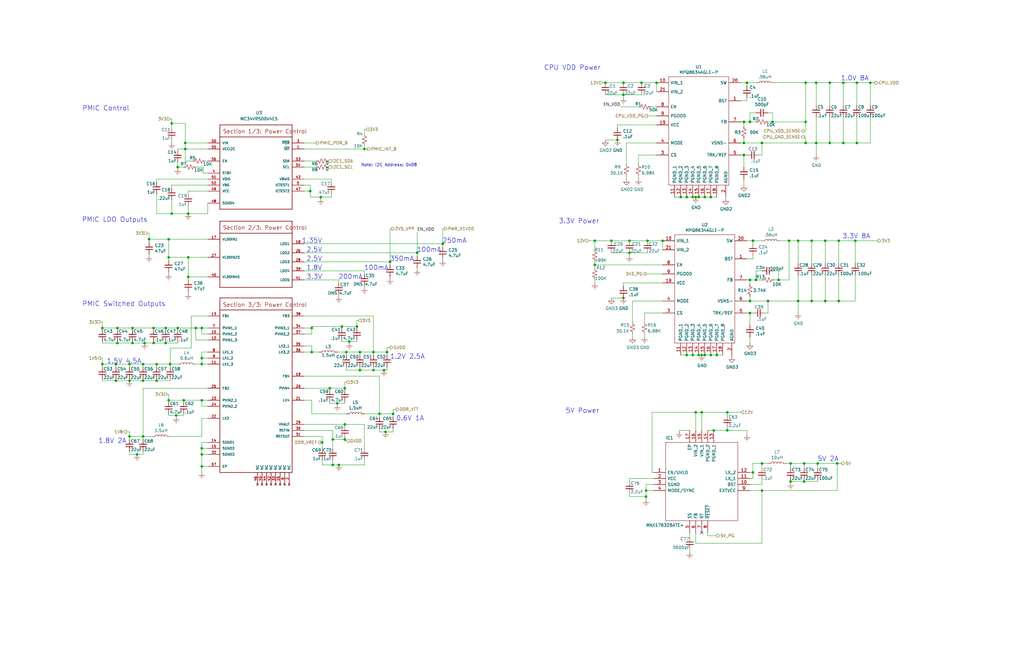
<source format=kicad_sch>
(kicad_sch (version 20200828) (generator eeschema)
  (page 2 6)
  (paper "USLedger")
  (title_block (title "AP2100-power-proto") (date "2020-10-06") (rev "1") (company "ISis ImageStream Internet Solutions, Inc."))
  (junction (at 43.18 138.43) (diameter 0.9144))
  (junction (at 43.18 153.67) (diameter 0.9144))
  (junction (at 48.895 153.67) (diameter 0.9144))
  (junction (at 48.895 160.655) (diameter 0.9144))
  (junction (at 49.53 138.43) (diameter 0.9144))
  (junction (at 49.53 144.78) (diameter 0.9144))
  (junction (at 54.61 153.67) (diameter 0.9144))
  (junction (at 54.61 160.655) (diameter 0.9144))
  (junction (at 54.61 184.15) (diameter 0.9144))
  (junction (at 55.88 138.43) (diameter 0.9144))
  (junction (at 55.88 144.78) (diameter 0.9144))
  (junction (at 57.785 191.77) (diameter 0.9144))
  (junction (at 60.325 153.67) (diameter 0.9144))
  (junction (at 60.325 160.655) (diameter 0.9144))
  (junction (at 60.325 184.15) (diameter 0.9144))
  (junction (at 60.96 144.78) (diameter 0.9144))
  (junction (at 62.865 100.965) (diameter 0.9144))
  (junction (at 64.77 138.43) (diameter 0.9144))
  (junction (at 64.77 144.78) (diameter 0.9144))
  (junction (at 66.04 153.67) (diameter 0.9144))
  (junction (at 66.04 160.655) (diameter 0.9144))
  (junction (at 69.85 138.43) (diameter 0.9144))
  (junction (at 69.85 144.78) (diameter 0.9144))
  (junction (at 71.12 100.965) (diameter 0.9144))
  (junction (at 71.12 108.585) (diameter 0.9144))
  (junction (at 71.12 168.91) (diameter 0.9144))
  (junction (at 71.755 153.67) (diameter 0.9144))
  (junction (at 72.39 52.07) (diameter 0.9144))
  (junction (at 72.39 90.17) (diameter 0.9144))
  (junction (at 74.295 175.26) (diameter 0.9144))
  (junction (at 74.93 70.485) (diameter 0.9144))
  (junction (at 74.93 138.43) (diameter 0.9144))
  (junction (at 77.47 168.91) (diameter 0.9144))
  (junction (at 78.105 60.325) (diameter 0.9144))
  (junction (at 78.105 62.865) (diameter 0.9144))
  (junction (at 79.375 90.17) (diameter 0.9144))
  (junction (at 79.375 108.585) (diameter 0.9144))
  (junction (at 79.375 116.84) (diameter 0.9144))
  (junction (at 82.55 138.43) (diameter 0.9144))
  (junction (at 85.09 138.43) (diameter 0.9144))
  (junction (at 85.09 151.13) (diameter 0.9144))
  (junction (at 85.09 153.67) (diameter 0.9144))
  (junction (at 85.09 168.91) (diameter 0.9144))
  (junction (at 85.09 189.23) (diameter 0.9144))
  (junction (at 85.09 191.77) (diameter 0.9144))
  (junction (at 85.09 196.85) (diameter 0.9144))
  (junction (at 130.81 80.645) (diameter 0.9144))
  (junction (at 131.445 138.43) (diameter 0.9144))
  (junction (at 131.445 148.59) (diameter 0.9144))
  (junction (at 135.255 83.185) (diameter 0.9144))
  (junction (at 135.89 186.69) (diameter 0.9144))
  (junction (at 139.065 163.83) (diameter 0.9144))
  (junction (at 140.335 185.42) (diameter 0.9144))
  (junction (at 140.335 196.215) (diameter 0.9144))
  (junction (at 142.24 170.18) (diameter 0.9144))
  (junction (at 142.875 196.215) (diameter 0.9144))
  (junction (at 144.145 137.795) (diameter 0.9144))
  (junction (at 145.415 163.83) (diameter 0.9144))
  (junction (at 145.415 179.07) (diameter 0.9144))
  (junction (at 145.415 185.42) (diameter 0.9144))
  (junction (at 146.05 148.59) (diameter 0.9144))
  (junction (at 147.32 144.145) (diameter 0.9144))
  (junction (at 150.495 137.795) (diameter 0.9144))
  (junction (at 151.765 148.59) (diameter 0.9144))
  (junction (at 151.765 156.21) (diameter 0.9144))
  (junction (at 153.67 62.865) (diameter 0.9144))
  (junction (at 157.48 148.59) (diameter 0.9144))
  (junction (at 157.48 156.21) (diameter 0.9144))
  (junction (at 160.02 174.625) (diameter 0.9144))
  (junction (at 161.925 156.21) (diameter 0.9144))
  (junction (at 162.56 182.245) (diameter 0.9144))
  (junction (at 163.195 148.59) (diameter 0.9144))
  (junction (at 164.465 110.49) (diameter 0.9144))
  (junction (at 165.735 174.625) (diameter 0.9144))
  (junction (at 175.895 106.68) (diameter 0.9144))
  (junction (at 186.69 102.87) (diameter 0.9144))
  (junction (at 250.825 101.6) (diameter 0.9144))
  (junction (at 250.825 111.76) (diameter 0.9144))
  (junction (at 255.27 34.925) (diameter 0.9144))
  (junction (at 257.81 101.6) (diameter 0.9144))
  (junction (at 260.35 59.055) (diameter 0.9144))
  (junction (at 262.89 34.925) (diameter 0.9144))
  (junction (at 262.89 40.005) (diameter 0.9144))
  (junction (at 262.89 125.73) (diameter 0.9144))
  (junction (at 265.43 101.6) (diameter 0.9144))
  (junction (at 265.43 106.68) (diameter 0.9144))
  (junction (at 270.51 34.925) (diameter 0.9144))
  (junction (at 272.415 207.01) (diameter 0.9144))
  (junction (at 272.415 209.55) (diameter 0.9144))
  (junction (at 273.05 101.6) (diameter 0.9144))
  (junction (at 276.86 34.925) (diameter 0.9144))
  (junction (at 279.4 101.6) (diameter 0.9144))
  (junction (at 287.02 83.185) (diameter 0.9144))
  (junction (at 289.56 83.185) (diameter 0.9144))
  (junction (at 289.56 149.86) (diameter 0.9144))
  (junction (at 292.1 83.185) (diameter 0.9144))
  (junction (at 292.1 149.86) (diameter 0.9144))
  (junction (at 293.37 83.185) (diameter 0.9144))
  (junction (at 293.37 173.99) (diameter 0.9144))
  (junction (at 294.64 83.185) (diameter 0.9144))
  (junction (at 294.64 149.86) (diameter 0.9144))
  (junction (at 295.91 149.86) (diameter 0.9144))
  (junction (at 295.91 173.99) (diameter 0.9144))
  (junction (at 297.18 83.185) (diameter 0.9144))
  (junction (at 297.18 149.86) (diameter 0.9144))
  (junction (at 299.72 83.185) (diameter 0.9144))
  (junction (at 299.72 149.86) (diameter 0.9144))
  (junction (at 300.99 181.61) (diameter 0.9144))
  (junction (at 302.26 149.86) (diameter 0.9144))
  (junction (at 306.705 173.99) (diameter 0.9144))
  (junction (at 306.705 181.61) (diameter 0.9144))
  (junction (at 313.69 51.435) (diameter 0.9144))
  (junction (at 313.69 60.325) (diameter 0.9144))
  (junction (at 313.69 65.405) (diameter 0.9144))
  (junction (at 314.96 34.925) (diameter 0.9144))
  (junction (at 316.23 51.435) (diameter 0.9144))
  (junction (at 316.23 118.11) (diameter 0.9144))
  (junction (at 316.23 127) (diameter 0.9144))
  (junction (at 316.23 132.08) (diameter 0.9144))
  (junction (at 317.5 101.6) (diameter 0.9144))
  (junction (at 317.5 199.39) (diameter 0.9144))
  (junction (at 318.77 118.11) (diameter 0.9144))
  (junction (at 321.31 60.325) (diameter 0.9144))
  (junction (at 321.31 195.58) (diameter 0.9144))
  (junction (at 321.31 207.01) (diameter 0.9144))
  (junction (at 323.85 127) (diameter 0.9144))
  (junction (at 325.755 51.435) (diameter 0.9144))
  (junction (at 328.295 118.11) (diameter 0.9144))
  (junction (at 332.74 101.6) (diameter 0.9144))
  (junction (at 333.375 195.58) (diameter 0.9144))
  (junction (at 333.375 203.2) (diameter 0.9144))
  (junction (at 336.55 101.6) (diameter 0.9144))
  (junction (at 336.55 127) (diameter 0.9144))
  (junction (at 339.09 195.58) (diameter 0.9144))
  (junction (at 339.09 203.2) (diameter 0.9144))
  (junction (at 339.725 34.925) (diameter 0.9144))
  (junction (at 339.725 51.435) (diameter 0.9144))
  (junction (at 339.725 60.325) (diameter 0.9144))
  (junction (at 342.265 101.6) (diameter 0.9144))
  (junction (at 342.265 127) (diameter 0.9144))
  (junction (at 344.17 34.925) (diameter 0.9144))
  (junction (at 344.17 60.325) (diameter 0.9144))
  (junction (at 344.805 195.58) (diameter 0.9144))
  (junction (at 347.98 101.6) (diameter 0.9144))
  (junction (at 347.98 127) (diameter 0.9144))
  (junction (at 349.885 34.925) (diameter 0.9144))
  (junction (at 349.885 60.325) (diameter 0.9144))
  (junction (at 353.06 195.58) (diameter 0.9144))
  (junction (at 353.695 101.6) (diameter 0.9144))
  (junction (at 353.695 127) (diameter 0.9144))
  (junction (at 355.6 34.925) (diameter 0.9144))
  (junction (at 355.6 60.325) (diameter 0.9144))
  (junction (at 360.68 101.6) (diameter 0.9144))
  (junction (at 361.315 34.925) (diameter 0.9144))
  (junction (at 361.315 60.325) (diameter 0.9144))
  (junction (at 367.03 34.925) (diameter 0.9144))
  (no_connect (at 295.91 224.79))
  (wire (pts (xy 42.545 135.89) (xy 43.18 135.89)))
  (wire (pts (xy 42.545 151.13) (xy 43.18 151.13)))
  (wire (pts (xy 43.18 135.89) (xy 43.18 138.43)))
  (wire (pts (xy 43.18 138.43) (xy 43.18 139.065)))
  (wire (pts (xy 43.18 144.78) (xy 43.18 144.145)))
  (wire (pts (xy 43.18 144.78) (xy 49.53 144.78)))
  (wire (pts (xy 43.18 151.13) (xy 43.18 153.67)))
  (wire (pts (xy 43.18 153.67) (xy 43.18 154.94)))
  (wire (pts (xy 43.18 160.655) (xy 43.18 160.02)))
  (wire (pts (xy 43.18 160.655) (xy 48.895 160.655)))
  (wire (pts (xy 48.895 153.67) (xy 43.18 153.67)))
  (wire (pts (xy 48.895 153.67) (xy 48.895 154.94)))
  (wire (pts (xy 48.895 160.02) (xy 48.895 160.655)))
  (wire (pts (xy 48.895 160.655) (xy 54.61 160.655)))
  (wire (pts (xy 49.53 138.43) (xy 43.18 138.43)))
  (wire (pts (xy 49.53 138.43) (xy 49.53 139.065)))
  (wire (pts (xy 49.53 144.78) (xy 49.53 144.145)))
  (wire (pts (xy 49.53 144.78) (xy 55.88 144.78)))
  (wire (pts (xy 54.61 153.67) (xy 48.895 153.67)))
  (wire (pts (xy 54.61 153.67) (xy 54.61 154.94)))
  (wire (pts (xy 54.61 153.67) (xy 60.325 153.67)))
  (wire (pts (xy 54.61 160.02) (xy 54.61 160.655)))
  (wire (pts (xy 54.61 160.655) (xy 60.325 160.655)))
  (wire (pts (xy 54.61 182.245) (xy 53.34 182.245)))
  (wire (pts (xy 54.61 184.15) (xy 54.61 182.245)))
  (wire (pts (xy 54.61 184.15) (xy 54.61 185.42)))
  (wire (pts (xy 54.61 190.5) (xy 54.61 191.77)))
  (wire (pts (xy 54.61 191.77) (xy 57.785 191.77)))
  (wire (pts (xy 55.88 138.43) (xy 49.53 138.43)))
  (wire (pts (xy 55.88 138.43) (xy 55.88 139.065)))
  (wire (pts (xy 55.88 144.78) (xy 55.88 144.145)))
  (wire (pts (xy 55.88 144.78) (xy 60.96 144.78)))
  (wire (pts (xy 57.785 191.77) (xy 60.325 191.77)))
  (wire (pts (xy 60.325 153.67) (xy 60.325 154.94)))
  (wire (pts (xy 60.325 153.67) (xy 66.04 153.67)))
  (wire (pts (xy 60.325 160.02) (xy 60.325 160.655)))
  (wire (pts (xy 60.325 160.655) (xy 66.04 160.655)))
  (wire (pts (xy 60.325 163.83) (xy 60.325 184.15)))
  (wire (pts (xy 60.325 163.83) (xy 87.63 163.83)))
  (wire (pts (xy 60.325 184.15) (xy 54.61 184.15)))
  (wire (pts (xy 60.325 184.15) (xy 60.325 185.42)))
  (wire (pts (xy 60.325 191.77) (xy 60.325 190.5)))
  (wire (pts (xy 60.96 144.78) (xy 64.77 144.78)))
  (wire (pts (xy 62.865 98.425) (xy 62.23 98.425)))
  (wire (pts (xy 62.865 100.965) (xy 62.865 98.425)))
  (wire (pts (xy 62.865 100.965) (xy 62.865 102.235)))
  (wire (pts (xy 62.865 107.95) (xy 62.865 107.315)))
  (wire (pts (xy 64.135 184.15) (xy 60.325 184.15)))
  (wire (pts (xy 64.77 138.43) (xy 55.88 138.43)))
  (wire (pts (xy 64.77 138.43) (xy 64.77 139.065)))
  (wire (pts (xy 64.77 144.78) (xy 64.77 144.145)))
  (wire (pts (xy 64.77 144.78) (xy 69.85 144.78)))
  (wire (pts (xy 66.04 75.565) (xy 66.04 76.835)))
  (wire (pts (xy 66.04 81.915) (xy 66.04 90.17)))
  (wire (pts (xy 66.04 90.17) (xy 72.39 90.17)))
  (wire (pts (xy 66.04 153.67) (xy 66.04 154.94)))
  (wire (pts (xy 66.04 153.67) (xy 71.755 153.67)))
  (wire (pts (xy 66.04 160.02) (xy 66.04 160.655)))
  (wire (pts (xy 66.04 160.655) (xy 71.755 160.655)))
  (wire (pts (xy 69.85 138.43) (xy 64.77 138.43)))
  (wire (pts (xy 69.85 138.43) (xy 69.85 139.065)))
  (wire (pts (xy 69.85 144.78) (xy 69.85 144.145)))
  (wire (pts (xy 69.85 144.78) (xy 74.93 144.78)))
  (wire (pts (xy 70.485 166.37) (xy 71.12 166.37)))
  (wire (pts (xy 71.12 100.965) (xy 62.865 100.965)))
  (wire (pts (xy 71.12 100.965) (xy 71.12 108.585)))
  (wire (pts (xy 71.12 108.585) (xy 71.12 109.855)))
  (wire (pts (xy 71.12 114.935) (xy 71.12 115.57)))
  (wire (pts (xy 71.12 166.37) (xy 71.12 168.91)))
  (wire (pts (xy 71.12 168.91) (xy 71.12 169.545)))
  (wire (pts (xy 71.12 168.91) (xy 77.47 168.91)))
  (wire (pts (xy 71.12 175.26) (xy 71.12 174.625)))
  (wire (pts (xy 71.12 175.26) (xy 74.295 175.26)))
  (wire (pts (xy 71.755 50.165) (xy 72.39 50.165)))
  (wire (pts (xy 71.755 146.939) (xy 71.755 153.67)))
  (wire (pts (xy 71.755 153.67) (xy 71.755 154.94)))
  (wire (pts (xy 71.755 153.67) (xy 74.93 153.67)))
  (wire (pts (xy 71.755 160.655) (xy 71.755 160.02)))
  (wire (pts (xy 71.755 184.15) (xy 85.09 184.15)))
  (wire (pts (xy 72.39 50.165) (xy 72.39 52.07)))
  (wire (pts (xy 72.39 52.07) (xy 78.105 52.07)))
  (wire (pts (xy 72.39 53.975) (xy 72.39 52.07)))
  (wire (pts (xy 72.39 59.055) (xy 72.39 60.325)))
  (wire (pts (xy 72.39 78.105) (xy 72.39 79.375)))
  (wire (pts (xy 72.39 84.455) (xy 72.39 90.17)))
  (wire (pts (xy 72.39 90.17) (xy 79.375 90.17)))
  (wire (pts (xy 74.295 175.26) (xy 74.295 175.895)))
  (wire (pts (xy 74.295 175.26) (xy 77.47 175.26)))
  (wire (pts (xy 74.93 62.865) (xy 74.93 63.5)))
  (wire (pts (xy 74.93 62.865) (xy 78.105 62.865)))
  (wire (pts (xy 74.93 68.58) (xy 74.93 70.485)))
  (wire (pts (xy 74.93 70.485) (xy 74.93 71.12)))
  (wire (pts (xy 74.93 70.485) (xy 77.47 70.485)))
  (wire (pts (xy 74.93 138.43) (xy 69.85 138.43)))
  (wire (pts (xy 74.93 138.43) (xy 74.93 139.065)))
  (wire (pts (xy 74.93 144.78) (xy 74.93 144.145)))
  (wire (pts (xy 77.47 168.91) (xy 77.47 169.545)))
  (wire (pts (xy 77.47 168.91) (xy 85.09 168.91)))
  (wire (pts (xy 77.47 175.26) (xy 77.47 174.625)))
  (wire (pts (xy 78.105 52.07) (xy 78.105 60.325)))
  (wire (pts (xy 78.105 60.325) (xy 78.105 62.865)))
  (wire (pts (xy 78.105 60.325) (xy 87.63 60.325)))
  (wire (pts (xy 78.105 62.865) (xy 87.63 62.865)))
  (wire (pts (xy 78.105 67.945) (xy 78.105 62.865)))
  (wire (pts (xy 79.375 80.645) (xy 79.375 81.915)))
  (wire (pts (xy 79.375 86.995) (xy 79.375 90.17)))
  (wire (pts (xy 79.375 108.585) (xy 71.12 108.585)))
  (wire (pts (xy 79.375 108.585) (xy 79.375 116.84)))
  (wire (pts (xy 79.375 116.84) (xy 79.375 118.11)))
  (wire (pts (xy 79.375 123.19) (xy 79.375 123.825)))
  (wire (pts (xy 80.645 133.35) (xy 80.645 146.939)))
  (wire (pts (xy 80.645 146.939) (xy 71.755 146.939)))
  (wire (pts (xy 81.28 67.945) (xy 78.105 67.945)))
  (wire (pts (xy 82.55 138.43) (xy 74.93 138.43)))
  (wire (pts (xy 82.55 143.51) (xy 82.55 138.43)))
  (wire (pts (xy 82.55 153.67) (xy 85.09 153.67)))
  (wire (pts (xy 85.09 138.43) (xy 82.55 138.43)))
  (wire (pts (xy 85.09 140.97) (xy 85.09 138.43)))
  (wire (pts (xy 85.09 148.59) (xy 85.09 151.13)))
  (wire (pts (xy 85.09 151.13) (xy 85.09 153.67)))
  (wire (pts (xy 85.09 153.67) (xy 87.63 153.67)))
  (wire (pts (xy 85.09 168.91) (xy 85.09 171.45)))
  (wire (pts (xy 85.09 168.91) (xy 87.63 168.91)))
  (wire (pts (xy 85.09 176.53) (xy 87.63 176.53)))
  (wire (pts (xy 85.09 184.15) (xy 85.09 176.53)))
  (wire (pts (xy 85.09 186.69) (xy 85.09 189.23)))
  (wire (pts (xy 85.09 189.23) (xy 85.09 191.77)))
  (wire (pts (xy 85.09 191.77) (xy 85.09 196.85)))
  (wire (pts (xy 85.09 196.85) (xy 85.09 199.39)))
  (wire (pts (xy 85.725 70.485) (xy 82.55 70.485)))
  (wire (pts (xy 85.725 73.025) (xy 85.725 70.485)))
  (wire (pts (xy 85.725 73.025) (xy 87.63 73.025)))
  (wire (pts (xy 86.36 67.945) (xy 87.63 67.945)))
  (wire (pts (xy 87.63 75.565) (xy 66.04 75.565)))
  (wire (pts (xy 87.63 78.105) (xy 72.39 78.105)))
  (wire (pts (xy 87.63 80.645) (xy 79.375 80.645)))
  (wire (pts (xy 87.63 85.725) (xy 87.63 90.17)))
  (wire (pts (xy 87.63 90.17) (xy 79.375 90.17)))
  (wire (pts (xy 87.63 100.965) (xy 71.12 100.965)))
  (wire (pts (xy 87.63 108.585) (xy 79.375 108.585)))
  (wire (pts (xy 87.63 116.84) (xy 79.375 116.84)))
  (wire (pts (xy 87.63 133.35) (xy 80.645 133.35)))
  (wire (pts (xy 87.63 138.43) (xy 85.09 138.43)))
  (wire (pts (xy 87.63 140.97) (xy 85.09 140.97)))
  (wire (pts (xy 87.63 143.51) (xy 82.55 143.51)))
  (wire (pts (xy 87.63 148.59) (xy 85.09 148.59)))
  (wire (pts (xy 87.63 151.13) (xy 85.09 151.13)))
  (wire (pts (xy 87.63 171.45) (xy 85.09 171.45)))
  (wire (pts (xy 87.63 186.69) (xy 85.09 186.69)))
  (wire (pts (xy 87.63 189.23) (xy 85.09 189.23)))
  (wire (pts (xy 87.63 191.77) (xy 85.09 191.77)))
  (wire (pts (xy 87.63 196.85) (xy 85.09 196.85)))
  (wire (pts (xy 128.27 60.325) (xy 133.35 60.325)))
  (wire (pts (xy 128.27 62.865) (xy 153.67 62.865)))
  (wire (pts (xy 128.27 67.945) (xy 133.35 67.945)))
  (wire (pts (xy 128.27 70.485) (xy 133.35 70.485)))
  (wire (pts (xy 128.27 75.565) (xy 139.7 75.565)))
  (wire (pts (xy 128.27 78.105) (xy 130.81 78.105)))
  (wire (pts (xy 128.27 80.645) (xy 130.81 80.645)))
  (wire (pts (xy 128.27 102.87) (xy 186.69 102.87)))
  (wire (pts (xy 128.27 106.68) (xy 175.895 106.68)))
  (wire (pts (xy 128.27 110.49) (xy 164.465 110.49)))
  (wire (pts (xy 128.27 114.3) (xy 153.67 114.3)))
  (wire (pts (xy 128.27 118.11) (xy 142.875 118.11)))
  (wire (pts (xy 128.27 133.35) (xy 157.48 133.35)))
  (wire (pts (xy 128.27 138.43) (xy 131.445 138.43)))
  (wire (pts (xy 128.27 140.97) (xy 131.445 140.97)))
  (wire (pts (xy 128.27 146.05) (xy 131.445 146.05)))
  (wire (pts (xy 128.27 148.59) (xy 131.445 148.59)))
  (wire (pts (xy 128.27 158.75) (xy 160.02 158.75)))
  (wire (pts (xy 128.27 163.83) (xy 139.065 163.83)))
  (wire (pts (xy 128.27 168.91) (xy 131.445 168.91)))
  (wire (pts (xy 128.27 179.07) (xy 145.415 179.07)))
  (wire (pts (xy 128.27 181.61) (xy 140.335 181.61)))
  (wire (pts (xy 128.27 184.15) (xy 135.89 184.15)))
  (wire (pts (xy 130.81 78.105) (xy 130.81 80.645)))
  (wire (pts (xy 130.81 80.645) (xy 130.81 83.185)))
  (wire (pts (xy 130.81 83.185) (xy 135.255 83.185)))
  (wire (pts (xy 131.445 137.795) (xy 131.445 138.43)))
  (wire (pts (xy 131.445 137.795) (xy 144.145 137.795)))
  (wire (pts (xy 131.445 138.43) (xy 131.445 140.97)))
  (wire (pts (xy 131.445 148.59) (xy 131.445 146.05)))
  (wire (pts (xy 131.445 148.59) (xy 134.62 148.59)))
  (wire (pts (xy 131.445 168.91) (xy 131.445 174.625)))
  (wire (pts (xy 131.445 174.625) (xy 146.05 174.625)))
  (wire (pts (xy 135.255 83.185) (xy 135.255 83.82)))
  (wire (pts (xy 135.255 83.185) (xy 139.7 83.185)))
  (wire (pts (xy 135.255 186.69) (xy 135.89 186.69)))
  (wire (pts (xy 135.89 184.15) (xy 135.89 186.69)))
  (wire (pts (xy 135.89 186.69) (xy 135.89 189.23)))
  (wire (pts (xy 135.89 196.215) (xy 135.89 194.31)))
  (wire (pts (xy 139.065 163.83) (xy 139.065 164.465)))
  (wire (pts (xy 139.065 170.18) (xy 139.065 169.545)))
  (wire (pts (xy 139.7 75.565) (xy 139.7 76.835)))
  (wire (pts (xy 139.7 83.185) (xy 139.7 81.915)))
  (wire (pts (xy 140.335 181.61) (xy 140.335 185.42)))
  (wire (pts (xy 140.335 185.42) (xy 140.335 189.23)))
  (wire (pts (xy 140.335 185.42) (xy 145.415 185.42)))
  (wire (pts (xy 140.335 194.31) (xy 140.335 196.215)))
  (wire (pts (xy 140.335 196.215) (xy 135.89 196.215)))
  (wire (pts (xy 142.24 148.59) (xy 146.05 148.59)))
  (wire (pts (xy 142.24 170.18) (xy 139.065 170.18)))
  (wire (pts (xy 142.24 170.18) (xy 142.24 170.815)))
  (wire (pts (xy 142.875 118.11) (xy 142.875 119.38)))
  (wire (pts (xy 142.875 124.46) (xy 142.875 125.095)))
  (wire (pts (xy 142.875 196.215) (xy 140.335 196.215)))
  (wire (pts (xy 144.145 137.795) (xy 144.145 138.43)))
  (wire (pts (xy 144.145 144.145) (xy 144.145 143.51)))
  (wire (pts (xy 145.415 161.29) (xy 145.415 163.83)))
  (wire (pts (xy 145.415 163.83) (xy 139.065 163.83)))
  (wire (pts (xy 145.415 163.83) (xy 145.415 164.465)))
  (wire (pts (xy 145.415 170.18) (xy 142.24 170.18)))
  (wire (pts (xy 145.415 170.18) (xy 145.415 169.545)))
  (wire (pts (xy 145.415 179.07) (xy 145.415 179.705)))
  (wire (pts (xy 145.415 179.07) (xy 153.67 179.07)))
  (wire (pts (xy 145.415 184.785) (xy 145.415 185.42)))
  (wire (pts (xy 145.415 185.42) (xy 145.415 186.055)))
  (wire (pts (xy 145.415 186.055) (xy 146.05 186.055)))
  (wire (pts (xy 146.05 148.59) (xy 146.05 149.86)))
  (wire (pts (xy 146.05 148.59) (xy 151.765 148.59)))
  (wire (pts (xy 146.05 156.21) (xy 146.05 154.94)))
  (wire (pts (xy 146.05 161.29) (xy 145.415 161.29)))
  (wire (pts (xy 147.32 144.145) (xy 144.145 144.145)))
  (wire (pts (xy 147.32 144.145) (xy 147.32 144.78)))
  (wire (pts (xy 150.495 135.255) (xy 150.495 137.795)))
  (wire (pts (xy 150.495 137.795) (xy 144.145 137.795)))
  (wire (pts (xy 150.495 137.795) (xy 150.495 138.43)))
  (wire (pts (xy 150.495 144.145) (xy 147.32 144.145)))
  (wire (pts (xy 150.495 144.145) (xy 150.495 143.51)))
  (wire (pts (xy 151.13 135.255) (xy 150.495 135.255)))
  (wire (pts (xy 151.765 148.59) (xy 151.765 149.86)))
  (wire (pts (xy 151.765 148.59) (xy 157.48 148.59)))
  (wire (pts (xy 151.765 154.94) (xy 151.765 156.21)))
  (wire (pts (xy 151.765 156.21) (xy 146.05 156.21)))
  (wire (pts (xy 153.67 54.61) (xy 153.67 56.515)))
  (wire (pts (xy 153.67 61.595) (xy 153.67 62.865)))
  (wire (pts (xy 153.67 62.865) (xy 154.94 62.865)))
  (wire (pts (xy 153.67 114.3) (xy 153.67 115.57)))
  (wire (pts (xy 153.67 120.65) (xy 153.67 121.285)))
  (wire (pts (xy 153.67 174.625) (xy 160.02 174.625)))
  (wire (pts (xy 153.67 179.07) (xy 153.67 189.23)))
  (wire (pts (xy 153.67 194.31) (xy 153.67 196.215)))
  (wire (pts (xy 153.67 196.215) (xy 142.875 196.215)))
  (wire (pts (xy 154.305 54.61) (xy 153.67 54.61)))
  (wire (pts (xy 157.48 133.35) (xy 157.48 148.59)))
  (wire (pts (xy 157.48 148.59) (xy 157.48 149.86)))
  (wire (pts (xy 157.48 148.59) (xy 163.195 148.59)))
  (wire (pts (xy 157.48 154.94) (xy 157.48 156.21)))
  (wire (pts (xy 157.48 156.21) (xy 151.765 156.21)))
  (wire (pts (xy 157.48 156.21) (xy 161.925 156.21)))
  (wire (pts (xy 160.02 158.75) (xy 160.02 174.625)))
  (wire (pts (xy 160.02 174.625) (xy 160.02 175.895)))
  (wire (pts (xy 160.02 174.625) (xy 165.735 174.625)))
  (wire (pts (xy 160.02 182.245) (xy 160.02 180.975)))
  (wire (pts (xy 161.925 156.21) (xy 163.195 156.21)))
  (wire (pts (xy 162.56 182.245) (xy 160.02 182.245)))
  (wire (pts (xy 163.195 146.685) (xy 164.465 146.685)))
  (wire (pts (xy 163.195 148.59) (xy 163.195 146.685)))
  (wire (pts (xy 163.195 148.59) (xy 163.195 149.86)))
  (wire (pts (xy 163.195 154.94) (xy 163.195 156.21)))
  (wire (pts (xy 164.465 96.52) (xy 164.465 110.49)))
  (wire (pts (xy 164.465 110.49) (xy 164.465 111.76)))
  (wire (pts (xy 164.465 116.84) (xy 164.465 117.475)))
  (wire (pts (xy 165.1 96.52) (xy 164.465 96.52)))
  (wire (pts (xy 165.735 172.72) (xy 167.005 172.72)))
  (wire (pts (xy 165.735 174.625) (xy 165.735 172.72)))
  (wire (pts (xy 165.735 174.625) (xy 165.735 175.895)))
  (wire (pts (xy 165.735 180.975) (xy 165.735 182.245)))
  (wire (pts (xy 165.735 182.245) (xy 162.56 182.245)))
  (wire (pts (xy 175.895 97.79) (xy 175.895 106.68)))
  (wire (pts (xy 175.895 106.68) (xy 175.895 107.95)))
  (wire (pts (xy 175.895 113.03) (xy 175.895 113.665)))
  (wire (pts (xy 186.69 96.52) (xy 186.69 102.87)))
  (wire (pts (xy 186.69 102.87) (xy 186.69 104.14)))
  (wire (pts (xy 186.69 109.22) (xy 186.69 109.855)))
  (wire (pts (xy 187.325 96.52) (xy 186.69 96.52)))
  (wire (pts (xy 250.825 101.6) (xy 248.285 101.6)))
  (wire (pts (xy 250.825 101.6) (xy 250.825 105.41)))
  (wire (pts (xy 250.825 111.76) (xy 250.825 110.49)))
  (wire (pts (xy 250.825 111.76) (xy 250.825 113.03)))
  (wire (pts (xy 250.825 111.76) (xy 279.4 111.76)))
  (wire (pts (xy 250.825 118.11) (xy 250.825 119.38)))
  (wire (pts (xy 255.27 34.925) (xy 254 34.925)))
  (wire (pts (xy 255.27 40.005) (xy 262.89 40.005)))
  (wire (pts (xy 255.27 59.055) (xy 260.35 59.055)))
  (wire (pts (xy 257.81 101.6) (xy 250.825 101.6)))
  (wire (pts (xy 257.81 106.68) (xy 265.43 106.68)))
  (wire (pts (xy 257.81 125.73) (xy 262.89 125.73)))
  (wire (pts (xy 260.35 52.705) (xy 260.35 53.975)))
  (wire (pts (xy 260.35 52.705) (xy 276.86 52.705)))
  (wire (pts (xy 261.62 45.085) (xy 269.24 45.085)))
  (wire (pts (xy 262.89 34.925) (xy 255.27 34.925)))
  (wire (pts (xy 262.89 40.005) (xy 262.89 41.275)))
  (wire (pts (xy 262.89 119.38) (xy 262.89 120.65)))
  (wire (pts (xy 262.89 119.38) (xy 279.4 119.38)))
  (wire (pts (xy 264.16 60.325) (xy 264.16 69.215)))
  (wire (pts (xy 264.16 60.325) (xy 276.86 60.325)))
  (wire (pts (xy 264.16 74.295) (xy 264.16 75.565)))
  (wire (pts (xy 265.43 101.6) (xy 257.81 101.6)))
  (wire (pts (xy 265.43 106.68) (xy 265.43 107.95)))
  (wire (pts (xy 265.43 201.93) (xy 275.59 201.93)))
  (wire (pts (xy 265.43 203.2) (xy 265.43 201.93)))
  (wire (pts (xy 265.43 208.28) (xy 265.43 209.55)))
  (wire (pts (xy 265.43 209.55) (xy 272.415 209.55)))
  (wire (pts (xy 266.7 127) (xy 266.7 135.89)))
  (wire (pts (xy 266.7 127) (xy 279.4 127)))
  (wire (pts (xy 266.7 140.97) (xy 266.7 142.24)))
  (wire (pts (xy 269.24 65.405) (xy 276.86 65.405)))
  (wire (pts (xy 269.24 69.215) (xy 269.24 65.405)))
  (wire (pts (xy 269.24 74.295) (xy 269.24 75.565)))
  (wire (pts (xy 270.51 34.925) (xy 262.89 34.925)))
  (wire (pts (xy 270.51 40.005) (xy 262.89 40.005)))
  (wire (pts (xy 271.78 132.08) (xy 279.4 132.08)))
  (wire (pts (xy 271.78 135.89) (xy 271.78 132.08)))
  (wire (pts (xy 271.78 140.97) (xy 271.78 142.24)))
  (wire (pts (xy 272.415 204.47) (xy 272.415 207.01)))
  (wire (pts (xy 272.415 207.01) (xy 272.415 209.55)))
  (wire (pts (xy 272.415 207.01) (xy 275.59 207.01)))
  (wire (pts (xy 272.415 209.55) (xy 272.415 210.82)))
  (wire (pts (xy 273.05 101.6) (xy 265.43 101.6)))
  (wire (pts (xy 273.05 106.68) (xy 265.43 106.68)))
  (wire (pts (xy 274.32 45.085) (xy 276.86 45.085)))
  (wire (pts (xy 274.955 173.99) (xy 293.37 173.99)))
  (wire (pts (xy 274.955 199.39) (xy 274.955 173.99)))
  (wire (pts (xy 275.59 199.39) (xy 274.955 199.39)))
  (wire (pts (xy 275.59 204.47) (xy 272.415 204.47)))
  (wire (pts (xy 276.86 34.925) (xy 270.51 34.925)))
  (wire (pts (xy 276.86 38.735) (xy 276.86 34.925)))
  (wire (pts (xy 276.86 48.895) (xy 273.05 48.895)))
  (wire (pts (xy 279.4 101.6) (xy 273.05 101.6)))
  (wire (pts (xy 279.4 105.41) (xy 279.4 101.6)))
  (wire (pts (xy 279.4 115.57) (xy 272.415 115.57)))
  (wire (pts (xy 284.48 83.185) (xy 287.02 83.185)))
  (wire (pts (xy 286.385 181.61) (xy 290.83 181.61)))
  (wire (pts (xy 286.385 182.245) (xy 286.385 181.61)))
  (wire (pts (xy 287.02 83.185) (xy 289.56 83.185)))
  (wire (pts (xy 287.02 149.86) (xy 289.56 149.86)))
  (wire (pts (xy 289.56 83.185) (xy 292.1 83.185)))
  (wire (pts (xy 289.56 149.86) (xy 292.1 149.86)))
  (wire (pts (xy 290.83 224.79) (xy 290.83 226.695)))
  (wire (pts (xy 290.83 231.775) (xy 290.83 233.045)))
  (wire (pts (xy 292.1 83.185) (xy 293.37 83.185)))
  (wire (pts (xy 292.1 149.86) (xy 294.64 149.86)))
  (wire (pts (xy 293.37 83.185) (xy 294.64 83.185)))
  (wire (pts (xy 293.37 173.99) (xy 295.91 173.99)))
  (wire (pts (xy 293.37 181.61) (xy 293.37 173.99)))
  (wire (pts (xy 293.37 224.79) (xy 293.37 229.235)))
  (wire (pts (xy 293.37 229.235) (xy 321.31 229.235)))
  (wire (pts (xy 294.64 83.185) (xy 297.18 83.185)))
  (wire (pts (xy 294.64 149.86) (xy 295.91 149.86)))
  (wire (pts (xy 295.91 149.86) (xy 297.18 149.86)))
  (wire (pts (xy 295.91 173.99) (xy 295.91 181.61)))
  (wire (pts (xy 297.18 83.185) (xy 299.72 83.185)))
  (wire (pts (xy 297.18 149.86) (xy 299.72 149.86)))
  (wire (pts (xy 298.45 181.61) (xy 300.99 181.61)))
  (wire (pts (xy 298.45 224.79) (xy 298.45 226.06)))
  (wire (pts (xy 298.45 226.06) (xy 302.26 226.06)))
  (wire (pts (xy 299.72 83.185) (xy 302.26 83.185)))
  (wire (pts (xy 299.72 149.86) (xy 302.26 149.86)))
  (wire (pts (xy 300.99 181.61) (xy 306.705 181.61)))
  (wire (pts (xy 302.26 149.86) (xy 304.8 149.86)))
  (wire (pts (xy 306.07 83.185) (xy 306.07 83.82)))
  (wire (pts (xy 306.705 173.99) (xy 295.91 173.99)))
  (wire (pts (xy 306.705 173.99) (xy 312.42 173.99)))
  (wire (pts (xy 306.705 175.26) (xy 306.705 173.99)))
  (wire (pts (xy 306.705 180.34) (xy 306.705 181.61)))
  (wire (pts (xy 306.705 181.61) (xy 314.96 181.61)))
  (wire (pts (xy 308.61 149.86) (xy 308.61 150.495)))
  (wire (pts (xy 312.42 34.925) (xy 314.96 34.925)))
  (wire (pts (xy 312.42 42.545) (xy 314.96 42.545)))
  (wire (pts (xy 312.42 51.435) (xy 313.69 51.435)))
  (wire (pts (xy 312.42 60.325) (xy 313.69 60.325)))
  (wire (pts (xy 312.42 65.405) (xy 313.69 65.405)))
  (wire (pts (xy 313.69 51.435) (xy 313.69 53.34)))
  (wire (pts (xy 313.69 51.435) (xy 316.23 51.435)))
  (wire (pts (xy 313.69 58.42) (xy 313.69 60.325)))
  (wire (pts (xy 313.69 60.325) (xy 321.31 60.325)))
  (wire (pts (xy 313.69 65.405) (xy 313.69 70.485)))
  (wire (pts (xy 313.69 65.405) (xy 314.96 65.405)))
  (wire (pts (xy 313.69 75.565) (xy 313.69 78.105)))
  (wire (pts (xy 314.96 34.925) (xy 314.96 36.195)))
  (wire (pts (xy 314.96 34.925) (xy 318.77 34.925)))
  (wire (pts (xy 314.96 42.545) (xy 314.96 41.275)))
  (wire (pts (xy 314.96 101.6) (xy 317.5 101.6)))
  (wire (pts (xy 314.96 109.22) (xy 317.5 109.22)))
  (wire (pts (xy 314.96 118.11) (xy 316.23 118.11)))
  (wire (pts (xy 314.96 127) (xy 316.23 127)))
  (wire (pts (xy 314.96 132.08) (xy 316.23 132.08)))
  (wire (pts (xy 314.96 181.61) (xy 314.96 183.515)))
  (wire (pts (xy 316.23 47.625) (xy 316.23 51.435)))
  (wire (pts (xy 316.23 51.435) (xy 318.77 51.435)))
  (wire (pts (xy 316.23 118.11) (xy 316.23 120.015)))
  (wire (pts (xy 316.23 118.11) (xy 318.77 118.11)))
  (wire (pts (xy 316.23 125.095) (xy 316.23 127)))
  (wire (pts (xy 316.23 127) (xy 323.85 127)))
  (wire (pts (xy 316.23 132.08) (xy 316.23 137.16)))
  (wire (pts (xy 316.23 132.08) (xy 317.5 132.08)))
  (wire (pts (xy 316.23 142.24) (xy 316.23 144.78)))
  (wire (pts (xy 316.23 201.93) (xy 317.5 201.93)))
  (wire (pts (xy 316.23 207.01) (xy 321.31 207.01)))
  (wire (pts (xy 317.5 101.6) (xy 317.5 102.87)))
  (wire (pts (xy 317.5 101.6) (xy 321.31 101.6)))
  (wire (pts (xy 317.5 109.22) (xy 317.5 107.95)))
  (wire (pts (xy 317.5 195.58) (xy 321.31 195.58)))
  (wire (pts (xy 317.5 199.39) (xy 316.23 199.39)))
  (wire (pts (xy 317.5 199.39) (xy 317.5 195.58)))
  (wire (pts (xy 317.5 201.93) (xy 317.5 199.39)))
  (wire (pts (xy 318.77 47.625) (xy 316.23 47.625)))
  (wire (pts (xy 318.77 114.3) (xy 318.77 118.11)))
  (wire (pts (xy 318.77 118.11) (xy 321.31 118.11)))
  (wire (pts (xy 320.04 65.405) (xy 321.31 65.405)))
  (wire (pts (xy 321.31 60.325) (xy 339.725 60.325)))
  (wire (pts (xy 321.31 65.405) (xy 321.31 60.325)))
  (wire (pts (xy 321.31 114.3) (xy 318.77 114.3)))
  (wire (pts (xy 321.31 195.58) (xy 321.31 197.485)))
  (wire (pts (xy 321.31 195.58) (xy 323.85 195.58)))
  (wire (pts (xy 321.31 202.565) (xy 321.31 204.47)))
  (wire (pts (xy 321.31 204.47) (xy 316.23 204.47)))
  (wire (pts (xy 321.31 207.01) (xy 353.06 207.01)))
  (wire (pts (xy 321.31 229.235) (xy 321.31 207.01)))
  (wire (pts (xy 322.58 132.08) (xy 323.85 132.08)))
  (wire (pts (xy 323.85 47.625) (xy 325.755 47.625)))
  (wire (pts (xy 323.85 127) (xy 336.55 127)))
  (wire (pts (xy 323.85 132.08) (xy 323.85 127)))
  (wire (pts (xy 325.755 47.625) (xy 325.755 51.435)))
  (wire (pts (xy 325.755 51.435) (xy 323.85 51.435)))
  (wire (pts (xy 325.755 51.435) (xy 339.725 51.435)))
  (wire (pts (xy 326.39 34.925) (xy 339.725 34.925)))
  (wire (pts (xy 326.39 114.3) (xy 328.295 114.3)))
  (wire (pts (xy 328.295 114.3) (xy 328.295 118.11)))
  (wire (pts (xy 328.295 118.11) (xy 326.39 118.11)))
  (wire (pts (xy 328.295 118.11) (xy 332.74 118.11)))
  (wire (pts (xy 328.93 101.6) (xy 332.74 101.6)))
  (wire (pts (xy 331.47 195.58) (xy 333.375 195.58)))
  (wire (pts (xy 332.74 101.6) (xy 336.55 101.6)))
  (wire (pts (xy 332.74 118.11) (xy 332.74 101.6)))
  (wire (pts (xy 333.375 195.58) (xy 333.375 197.485)))
  (wire (pts (xy 333.375 202.565) (xy 333.375 203.2)))
  (wire (pts (xy 333.375 203.2) (xy 333.375 203.835)))
  (wire (pts (xy 333.375 203.2) (xy 339.09 203.2)))
  (wire (pts (xy 336.55 101.6) (xy 342.265 101.6)))
  (wire (pts (xy 336.55 111.125) (xy 336.55 101.6)))
  (wire (pts (xy 336.55 116.205) (xy 336.55 127)))
  (wire (pts (xy 336.55 127) (xy 336.55 132.08)))
  (wire (pts (xy 339.09 55.245) (xy 339.725 55.245)))
  (wire (pts (xy 339.09 57.785) (xy 339.725 57.785)))
  (wire (pts (xy 339.09 195.58) (xy 333.375 195.58)))
  (wire (pts (xy 339.09 195.58) (xy 339.09 197.485)))
  (wire (pts (xy 339.09 202.565) (xy 339.09 203.2)))
  (wire (pts (xy 339.09 203.2) (xy 344.805 203.2)))
  (wire (pts (xy 339.725 34.925) (xy 339.725 51.435)))
  (wire (pts (xy 339.725 34.925) (xy 344.17 34.925)))
  (wire (pts (xy 339.725 51.435) (xy 339.725 55.245)))
  (wire (pts (xy 339.725 57.785) (xy 339.725 60.325)))
  (wire (pts (xy 339.725 60.325) (xy 344.17 60.325)))
  (wire (pts (xy 342.265 101.6) (xy 342.265 111.125)))
  (wire (pts (xy 342.265 101.6) (xy 347.98 101.6)))
  (wire (pts (xy 342.265 116.205) (xy 342.265 127)))
  (wire (pts (xy 342.265 127) (xy 336.55 127)))
  (wire (pts (xy 344.17 34.925) (xy 349.885 34.925)))
  (wire (pts (xy 344.17 44.45) (xy 344.17 34.925)))
  (wire (pts (xy 344.17 49.53) (xy 344.17 60.325)))
  (wire (pts (xy 344.17 60.325) (xy 344.17 65.405)))
  (wire (pts (xy 344.805 195.58) (xy 339.09 195.58)))
  (wire (pts (xy 344.805 195.58) (xy 344.805 197.485)))
  (wire (pts (xy 344.805 203.2) (xy 344.805 202.565)))
  (wire (pts (xy 347.98 101.6) (xy 347.98 111.125)))
  (wire (pts (xy 347.98 101.6) (xy 353.695 101.6)))
  (wire (pts (xy 347.98 116.205) (xy 347.98 127)))
  (wire (pts (xy 347.98 127) (xy 342.265 127)))
  (wire (pts (xy 349.885 34.925) (xy 349.885 44.45)))
  (wire (pts (xy 349.885 34.925) (xy 355.6 34.925)))
  (wire (pts (xy 349.885 49.53) (xy 349.885 60.325)))
  (wire (pts (xy 349.885 60.325) (xy 344.17 60.325)))
  (wire (pts (xy 353.06 195.58) (xy 344.805 195.58)))
  (wire (pts (xy 353.06 195.58) (xy 354.965 195.58)))
  (wire (pts (xy 353.06 207.01) (xy 353.06 195.58)))
  (wire (pts (xy 353.695 101.6) (xy 353.695 111.125)))
  (wire (pts (xy 353.695 101.6) (xy 360.68 101.6)))
  (wire (pts (xy 353.695 116.205) (xy 353.695 127)))
  (wire (pts (xy 353.695 127) (xy 347.98 127)))
  (wire (pts (xy 355.6 34.925) (xy 355.6 44.45)))
  (wire (pts (xy 355.6 34.925) (xy 361.315 34.925)))
  (wire (pts (xy 355.6 49.53) (xy 355.6 60.325)))
  (wire (pts (xy 355.6 60.325) (xy 349.885 60.325)))
  (wire (pts (xy 360.68 101.6) (xy 360.68 111.125)))
  (wire (pts (xy 360.68 101.6) (xy 370.205 101.6)))
  (wire (pts (xy 360.68 116.205) (xy 360.68 127)))
  (wire (pts (xy 360.68 127) (xy 353.695 127)))
  (wire (pts (xy 361.315 34.925) (xy 361.315 44.45)))
  (wire (pts (xy 361.315 34.925) (xy 367.03 34.925)))
  (wire (pts (xy 361.315 49.53) (xy 361.315 60.325)))
  (wire (pts (xy 361.315 60.325) (xy 355.6 60.325)))
  (wire (pts (xy 367.03 34.925) (xy 367.03 44.45)))
  (wire (pts (xy 367.03 34.925) (xy 368.935 34.925)))
  (wire (pts (xy 367.03 49.53) (xy 367.03 60.325)))
  (wire (pts (xy 367.03 60.325) (xy 361.315 60.325)))
  (text "1.8V 2A" (at 53.34 187.325 180) (effects (font (size 2.0066 2.0066)) (justify right bottom)))
  (text "PMIC Control" (at 54.61 46.99 180) (effects (font (size 2.0066 2.0066)) (justify right bottom)))
  (text "1.5V 4.5A" (at 59.69 153.67 180) (effects (font (size 2.0066 2.0066)) (justify right bottom)))
  (text "PMIC LDO Outputs" (at 62.23 93.98 180) (effects (font (size 2.0066 2.0066)) (justify right bottom)))
  (text "PMIC Switched Outputs" (at 69.85 129.54 180) (effects (font (size 2.0066 2.0066)) (justify right bottom)))
  (text "1.35V" (at 135.89 102.87 180) (effects (font (size 2.0066 2.0066)) (justify right bottom)))
  (text "2.5V" (at 135.89 106.68 180) (effects (font (size 2.0066 2.0066)) (justify right bottom)))
  (text "2.5V" (at 135.89 110.49 180) (effects (font (size 2.0066 2.0066)) (justify right bottom)))
  (text "1.8V" (at 135.89 114.3 180) (effects (font (size 2.0066 2.0066)) (justify right bottom)))
  (text "3.3V" (at 135.89 118.11 180) (effects (font (size 2.0066 2.0066)) (justify right bottom)))
  (text "200mA" (at 153.035 118.11 180) (effects (font (size 2.0066 2.0066)) (justify right bottom)))
  (text "100mA" (at 163.83 114.3 180) (effects (font (size 2.0066 2.0066)) (justify right bottom)))
  (text "1.2V 2.5A" (at 164.465 151.765 0) (effects (font (size 2.0066 2.0066)) (justify left bottom)))
  (text "0.6V 1A" (at 167.005 177.8 0) (effects (font (size 2.0066 2.0066)) (justify left bottom)))
  (text "350mA" (at 174.625 110.49 180) (effects (font (size 2.0066 2.0066)) (justify right bottom)))
  (text "Note: I2C Address: 0x08" (at 175.895 70.485 180) (effects (font (size 1.27 1.27)) (justify right bottom)))
  (text "100mA" (at 186.055 106.68 180) (effects (font (size 2.0066 2.0066)) (justify right bottom)))
  (text "250mA" (at 196.85 102.87 180) (effects (font (size 2.0066 2.0066)) (justify right bottom)))
  (text "3.3V Power" (at 252.73 94.615 180) (effects (font (size 2.0066 2.0066)) (justify right bottom)))
  (text "5V Power" (at 252.73 174.625 180) (effects (font (size 2.0066 2.0066)) (justify right bottom)))
  (text "CPU VDD Power" (at 253.365 29.845 180) (effects (font (size 2.0066 2.0066)) (justify right bottom)))
  (text "5V 2A" (at 353.695 194.945 180) (effects (font (size 2.0066 2.0066)) (justify right bottom)))
  (text "1.0V 8A" (at 366.395 34.29 180) (effects (font (size 2.0066 2.0066)) (justify right bottom)))
  (text "3.3V 8A" (at 367.03 100.965 180) (effects (font (size 2.0066 2.0066)) (justify right bottom)))
  (label "EN_VDD" (at 175.895 97.79 0))
  (label "EN_VDD" (at 261.62 45.085 180))
  (hierarchical_label "3V3" (shape input) (at 42.545 135.89 180))
  (hierarchical_label "1V5" (shape output) (at 42.545 151.13 180))
  (hierarchical_label "1V8" (shape output) (at 53.34 182.245 180))
  (hierarchical_label "3V3" (shape input) (at 62.23 98.425 180))
  (hierarchical_label "3V3" (shape input) (at 70.485 166.37 180))
  (hierarchical_label "3V3" (shape input) (at 71.755 50.165 180))
  (hierarchical_label "PMIC_POR_B" (shape output) (at 133.35 60.325 0))
  (hierarchical_label "DDR_VREF" (shape output) (at 135.255 186.69 180))
  (hierarchical_label "I2C1_SDA" (shape input) (at 138.43 67.945 0))
  (hierarchical_label "I2C1_SCL" (shape input) (at 138.43 70.485 0))
  (hierarchical_label "3V3" (shape input) (at 146.05 161.29 0))
  (hierarchical_label "GVDD" (shape input) (at 146.05 186.055 0))
  (hierarchical_label "3V3" (shape input) (at 151.13 135.255 0))
  (hierarchical_label "3V3" (shape input) (at 154.305 54.61 0))
  (hierarchical_label "PMIC_INT_B" (shape output) (at 154.94 62.865 0))
  (hierarchical_label "GVDD" (shape output) (at 164.465 146.685 0))
  (hierarchical_label "2V5_VPP" (shape output) (at 165.1 96.52 0))
  (hierarchical_label "DDR_VTT" (shape output) (at 167.005 172.72 0))
  (hierarchical_label "PWR_X1VDD" (shape output) (at 187.325 96.52 0))
  (hierarchical_label "12V" (shape input) (at 248.285 101.6 180))
  (hierarchical_label "12V" (shape input) (at 254 34.925 180))
  (hierarchical_label "3V3_PG" (shape output) (at 272.415 115.57 180))
  (hierarchical_label "CPU_VDD_PG" (shape output) (at 273.05 48.895 180))
  (hierarchical_label "5V_PG" (shape output) (at 302.26 226.06 0))
  (hierarchical_label "12V" (shape input) (at 312.42 173.99 0))
  (hierarchical_label "CPU_VDD_SENSE" (shape output) (at 339.09 55.245 180))
  (hierarchical_label "CPU_GND_SENSE" (shape output) (at 339.09 57.785 180))
  (hierarchical_label "5V" (shape output) (at 354.965 195.58 0))
  (hierarchical_label "CPU_VDD" (shape output) (at 368.935 34.925 0))
  (hierarchical_label "3V3" (shape output) (at 370.205 101.6 0))
  (symbol (lib_id "Device:L") (at 67.945 184.15 90) (unit 1)
    (property "Reference" "L6" (at 67.945 179.324 90))
    (property "Value" "1.5uH" (at 67.945 181.6354 90))
    (property "Footprint" "Inductor_SMD:L_Coilcraft_XxL4040" (effects hide))
    (property "Datasheet" "https://www.mouser.com/datasheet/2/597/xal4000-270751.pdf" (effects hide))
    (property "PartsBoxID" "XAL40-1.5-R" (effects hide))
    (property "MPN" "XFL4020-152ME" (effects hide))
    (property "SPR" "Mouser" (effects hide))
    (property "SPURL" "-" (effects hide))
  )
  (symbol (lib_id "Device:L") (at 78.74 153.67 90) (unit 1)
    (property "Reference" "L4" (at 78.74 148.844 90))
    (property "Value" "0.6uH" (at 78.74 151.1554 90))
    (property "Footprint" "Inductor_SMD:L_Coilcraft_XxL4040" (effects hide))
    (property "Datasheet" "https://www.mouser.com/datasheet/2/597/xal4000-270751.pdf" (effects hide))
    (property "PartsBoxID" "XAL40-0.6-R" (effects hide))
    (property "MPN" "XAL4020-601ME" (effects hide))
    (property "SPR" "Mouser" (effects hide))
    (property "SPURL" "-" (effects hide))
  )
  (symbol (lib_id "Device:L") (at 138.43 148.59 270) (mirror x) (unit 1)
    (property "Reference" "L3" (at 138.43 146.304 90))
    (property "Value" "1.5uH" (at 138.43 149.8854 90))
    (property "Footprint" "Inductor_SMD:L_Coilcraft_XxL4040" (effects hide))
    (property "Datasheet" "https://www.mouser.com/datasheet/2/597/xal4000-270751.pdf" (effects hide))
    (property "PartsBoxID" "XAL40-1.5-R" (effects hide))
    (property "MPN" "XFL4020-152ME" (effects hide))
    (property "SPR" "Mouser" (effects hide))
    (property "SPURL" "-" (effects hide))
  )
  (symbol (lib_id "Device:L") (at 149.86 174.625 270) (mirror x) (unit 1)
    (property "Reference" "L5" (at 149.86 169.799 90))
    (property "Value" "1.5uH" (at 149.86 172.1104 90))
    (property "Footprint" "Inductor_SMD:L_Coilcraft_XxL4040" (effects hide))
    (property "Datasheet" "https://www.mouser.com/datasheet/2/597/xal4000-270751.pdf" (effects hide))
    (property "PartsBoxID" "XAL40-1.5-R" (effects hide))
    (property "MPN" "XFL4020-152ME" (effects hide))
    (property "SPR" "Mouser" (effects hide))
    (property "SPURL" "-" (effects hide))
  )
  (symbol (lib_id "Device:L") (at 322.58 34.925 90) (unit 1)
    (property "Reference" "L1" (at 322.58 30.099 90))
    (property "Value" ".56uH" (at 322.58 32.4104 90))
    (property "Footprint" "Scott:L_13.5x12.5mm_H6mm" (effects hide))
    (property "Datasheet" "https://abracon.com/datasheets/AMPLA1306S.pdf" (effects hide))
    (property "PartsBoxID" "HCMA1305-R56-R" (effects hide))
    (property "MPN" "AMPLA1306S-R56MT" (effects hide))
    (property "SPR" "Mouser" (effects hide))
    (property "SPN" "815-AMPLA1306S-R56MT" (effects hide))
    (property "SPURL" "-" (effects hide))
  )
  (symbol (lib_id "Device:L") (at 325.12 101.6 90) (unit 1)
    (property "Reference" "L2" (at 325.12 96.774 90))
    (property "Value" ".56uH" (at 325.12 99.0854 90))
    (property "Footprint" "Scott:L_13.5x12.5mm_H6mm" (effects hide))
    (property "Datasheet" "https://abracon.com/datasheets/AMPLA1306S.pdf" (effects hide))
    (property "PartsBoxID" "HCMA1305-R56-R" (effects hide))
    (property "MPN" "AMPLA1306S-R56MT" (effects hide))
    (property "SPR" "Mouser" (effects hide))
    (property "SPN" "815-AMPLA1306S-R56MT" (effects hide))
    (property "SPURL" "-" (effects hide))
  )
  (symbol (lib_id "Device:L") (at 327.66 195.58 90) (unit 1)
    (property "Reference" "L7" (at 327.66 190.754 90))
    (property "Value" "10uH" (at 327.66 193.0654 90))
    (property "Footprint" "Inductor_SMD:L_Coilcraft_XAL5030" (effects hide))
    (property "Datasheet" "https://www.mouser.com/datasheet/2/597/xal50xx-270657.pdf" (effects hide))
    (property "PartsBoxID" "XAL50-10-R" (effects hide))
    (property "MPN" "XAL5050-103MEC" (effects hide))
    (property "SPR" "Mouser" (effects hide))
    (property "SPURL" "-" (effects hide))
  )
  (symbol (lib_id "AP2100-rescue:GND-Scott") (at 54.61 160.655 0) (unit 1)
    (property "Reference" "#PWR035" (effects hide))
    (property "Value" "GND" (effects hide))
  )
  (symbol (lib_id "AP2100-rescue:GND-Scott") (at 57.785 191.77 0) (unit 1)
    (property "Reference" "#PWR041" (effects hide))
    (property "Value" "GND" (effects hide))
  )
  (symbol (lib_id "AP2100-rescue:GND-Scott") (at 60.96 144.78 0) (unit 1)
    (property "Reference" "#PWR029" (effects hide))
    (property "Value" "GND" (effects hide))
  )
  (symbol (lib_id "AP2100-rescue:GND-Scott") (at 62.865 107.95 0) (unit 1)
    (property "Reference" "#PWR014" (effects hide))
    (property "Value" "GND" (effects hide))
  )
  (symbol (lib_id "AP2100-rescue:GND-Scott") (at 71.12 115.57 0) (unit 1)
    (property "Reference" "#PWR018" (effects hide))
    (property "Value" "GND" (effects hide))
  )
  (symbol (lib_id "AP2100-rescue:GND-Scott") (at 72.39 60.325 0) (unit 1)
    (property "Reference" "#PWR04" (effects hide))
    (property "Value" "GND" (effects hide))
  )
  (symbol (lib_id "AP2100-rescue:GND-Scott") (at 74.295 175.895 0) (unit 1)
    (property "Reference" "#PWR037" (effects hide))
    (property "Value" "GND" (effects hide))
  )
  (symbol (lib_id "AP2100-rescue:GND-Scott") (at 74.93 71.12 0) (unit 1)
    (property "Reference" "#PWR06" (effects hide))
    (property "Value" "GND" (effects hide))
  )
  (symbol (lib_id "AP2100-rescue:GND-Scott") (at 79.375 90.17 0) (unit 1)
    (property "Reference" "#PWR013" (effects hide))
    (property "Value" "GND" (effects hide))
  )
  (symbol (lib_id "AP2100-rescue:GND-Scott") (at 79.375 123.825 0) (unit 1)
    (property "Reference" "#PWR022" (effects hide))
    (property "Value" "GND" (effects hide))
  )
  (symbol (lib_id "AP2100-rescue:GND-Scott") (at 85.09 199.39 0) (unit 1)
    (property "Reference" "#PWR043" (effects hide))
    (property "Value" "GND" (effects hide))
  )
  (symbol (lib_id "AP2100-rescue:GND-Scott") (at 135.255 83.82 0) (unit 1)
    (property "Reference" "#PWR011" (effects hide))
    (property "Value" "GND" (effects hide))
  )
  (symbol (lib_id "AP2100-rescue:GND-Scott") (at 142.24 170.815 0) (mirror y) (unit 1)
    (property "Reference" "#PWR036" (effects hide))
    (property "Value" "GND" (effects hide))
  )
  (symbol (lib_id "AP2100-rescue:GND-Scott") (at 142.875 125.095 0) (unit 1)
    (property "Reference" "#PWR023" (effects hide))
    (property "Value" "GND" (effects hide))
  )
  (symbol (lib_id "AP2100-rescue:GND-Scott") (at 142.875 196.215 0) (mirror y) (unit 1)
    (property "Reference" "#PWR042" (effects hide))
    (property "Value" "GND" (effects hide))
  )
  (symbol (lib_id "AP2100-rescue:GND-Scott") (at 147.32 144.78 0) (mirror y) (unit 1)
    (property "Reference" "#PWR030" (effects hide))
    (property "Value" "GND" (effects hide))
  )
  (symbol (lib_id "AP2100-rescue:GND-Scott") (at 153.67 121.285 0) (unit 1)
    (property "Reference" "#PWR021" (effects hide))
    (property "Value" "GND" (effects hide))
  )
  (symbol (lib_id "AP2100-rescue:GND-Scott") (at 161.925 156.21 0) (mirror y) (unit 1)
    (property "Reference" "#PWR034" (effects hide))
    (property "Value" "GND" (effects hide))
  )
  (symbol (lib_id "AP2100-rescue:GND-Scott") (at 162.56 182.245 0) (mirror y) (unit 1)
    (property "Reference" "#PWR038" (effects hide))
    (property "Value" "GND" (effects hide))
  )
  (symbol (lib_id "AP2100-rescue:GND-Scott") (at 164.465 117.475 0) (unit 1)
    (property "Reference" "#PWR019" (effects hide))
    (property "Value" "GND" (effects hide))
  )
  (symbol (lib_id "AP2100-rescue:GND-Scott") (at 175.895 113.665 0) (unit 1)
    (property "Reference" "#PWR017" (effects hide))
    (property "Value" "GND" (effects hide))
  )
  (symbol (lib_id "AP2100-rescue:GND-Scott") (at 186.69 109.855 0) (unit 1)
    (property "Reference" "#PWR016" (effects hide))
    (property "Value" "GND" (effects hide))
  )
  (symbol (lib_id "AP2100-rescue:GND-Scott") (at 250.825 119.38 0) (unit 1)
    (property "Reference" "#PWR020" (effects hide))
    (property "Value" "GND-Scott" (effects hide))
  )
  (symbol (lib_id "power:GND2") (at 255.27 59.055 0) (unit 1)
    (property "Reference" "#PWR02" (effects hide))
    (property "Value" "GND2" (at 255.397 63.4492 0))
  )
  (symbol (lib_id "power:GND3") (at 257.81 125.73 0) (unit 1)
    (property "Reference" "#PWR024" (effects hide))
    (property "Value" "GND3" (at 257.937 130.1242 0))
  )
  (symbol (lib_id "AP2100-rescue:GND-Scott") (at 260.35 59.055 0) (unit 1)
    (property "Reference" "#PWR03" (effects hide))
    (property "Value" "GND" (at 260.477 63.4492 0))
  )
  (symbol (lib_id "AP2100-rescue:GND-Scott") (at 262.89 41.275 0) (unit 1)
    (property "Reference" "#PWR01" (effects hide))
    (property "Value" "GND" (effects hide))
  )
  (symbol (lib_id "AP2100-rescue:GND-Scott") (at 262.89 125.73 0) (unit 1)
    (property "Reference" "#PWR025" (effects hide))
    (property "Value" "GND" (at 263.017 130.1242 0))
  )
  (symbol (lib_id "power:GND2") (at 264.16 75.565 0) (unit 1)
    (property "Reference" "#PWR07" (effects hide))
    (property "Value" "GND2" (at 264.287 79.9592 0))
  )
  (symbol (lib_id "AP2100-rescue:GND-Scott") (at 265.43 107.95 0) (unit 1)
    (property "Reference" "#PWR015" (effects hide))
    (property "Value" "GND-Scott" (effects hide))
  )
  (symbol (lib_id "power:GND3") (at 266.7 142.24 0) (unit 1)
    (property "Reference" "#PWR027" (effects hide))
    (property "Value" "GND3" (at 266.827 146.6342 0))
  )
  (symbol (lib_id "AP2100-rescue:GND-Scott") (at 269.24 75.565 0) (unit 1)
    (property "Reference" "#PWR08" (effects hide))
    (property "Value" "GND" (at 269.367 79.9592 0))
  )
  (symbol (lib_id "AP2100-rescue:GND-Scott") (at 271.78 142.24 0) (unit 1)
    (property "Reference" "#PWR028" (effects hide))
    (property "Value" "GND" (at 271.907 146.6342 0))
  )
  (symbol (lib_id "AP2100-rescue:GND-Scott") (at 272.415 210.82 0) (mirror y) (unit 1)
    (property "Reference" "#PWR045" (effects hide))
    (property "Value" "GND" (effects hide))
  )
  (symbol (lib_id "AP2100-rescue:GND-Scott") (at 286.385 182.245 0) (mirror y) (unit 1)
    (property "Reference" "#PWR039" (effects hide))
    (property "Value" "GND" (effects hide))
  )
  (symbol (lib_id "AP2100-rescue:GND-Scott") (at 290.83 233.045 0) (mirror y) (unit 1)
    (property "Reference" "#PWR046" (effects hide))
    (property "Value" "GND" (effects hide))
  )
  (symbol (lib_id "AP2100-rescue:GND-Scott") (at 293.37 83.185 0) (unit 1)
    (property "Reference" "#PWR010" (effects hide))
    (property "Value" "GND" (at 293.497 87.5792 0))
  )
  (symbol (lib_id "AP2100-rescue:GND-Scott") (at 295.91 149.86 0) (unit 1)
    (property "Reference" "#PWR032" (effects hide))
    (property "Value" "GND" (at 296.037 154.2542 0))
  )
  (symbol (lib_id "power:GND2") (at 306.07 83.82 0) (unit 1)
    (property "Reference" "#PWR012" (effects hide))
    (property "Value" "GND2" (at 306.197 88.2142 0))
  )
  (symbol (lib_id "power:GND3") (at 308.61 150.495 0) (unit 1)
    (property "Reference" "#PWR033" (effects hide))
    (property "Value" "GND3" (at 308.737 154.8892 0))
  )
  (symbol (lib_id "power:GND2") (at 313.69 78.105 0) (unit 1)
    (property "Reference" "#PWR09" (effects hide))
    (property "Value" "GND2" (at 313.817 82.4992 0))
  )
  (symbol (lib_id "AP2100-rescue:GND-Scott") (at 314.96 183.515 0) (mirror y) (unit 1)
    (property "Reference" "#PWR040" (effects hide))
    (property "Value" "GND" (effects hide))
  )
  (symbol (lib_id "power:GND3") (at 316.23 144.78 0) (unit 1)
    (property "Reference" "#PWR031" (effects hide))
    (property "Value" "GND3" (at 316.357 149.1742 0))
  )
  (symbol (lib_id "AP2100-rescue:GND-Scott") (at 333.375 203.835 0) (mirror y) (unit 1)
    (property "Reference" "#PWR044" (effects hide))
    (property "Value" "GND" (effects hide))
  )
  (symbol (lib_id "AP2100-rescue:GND-Scott") (at 336.55 132.08 0) (unit 1)
    (property "Reference" "#PWR026" (effects hide))
    (property "Value" "GND" (at 336.677 136.4742 0))
  )
  (symbol (lib_id "AP2100-rescue:GND-Scott") (at 344.17 65.405 0) (unit 1)
    (property "Reference" "#PWR05" (effects hide))
    (property "Value" "GND" (at 344.297 69.7992 0))
  )
  (symbol (lib_id "Device:R_Small_US") (at 80.01 70.485 90) (unit 1)
    (property "Reference" "R7" (at 78.74 69.215 90) (effects (justify left)))
    (property "Value" "10K" (at 85.725 71.755 90) (effects (justify left)))
    (property "Footprint" "Resistor_SMD:R_0402_1005Metric" (effects hide))
    (property "PartsBoxID" "0402-10K-1%" (effects hide))
  )
  (symbol (lib_id "Device:R_Small_US") (at 83.82 67.945 90) (unit 1)
    (property "Reference" "R5" (at 82.55 66.675 90) (effects (justify left)))
    (property "Value" "10K" (at 89.535 69.215 90) (effects (justify left)))
    (property "Footprint" "Resistor_SMD:R_0402_1005Metric" (effects hide))
    (property "PartsBoxID" "0402-10K-1%" (effects hide))
  )
  (symbol (lib_id "Device:R_Small_US") (at 135.89 67.945 90) (mirror x) (unit 1)
    (property "Reference" "R6" (at 134.112 69.088 90) (effects (justify left)))
    (property "Value" "0" (at 138.684 68.834 90) (effects (justify left)))
    (property "Footprint" "Resistor_SMD:R_0402_1005Metric" (effects hide))
    (property "PartsBoxID" "0402-0-1%" (effects hide))
  )
  (symbol (lib_id "Device:R_Small_US") (at 135.89 70.485 90) (mirror x) (unit 1)
    (property "Reference" "R8" (at 134.112 71.628 90) (effects (justify left)))
    (property "Value" "0" (at 138.684 71.374 90) (effects (justify left)))
    (property "Footprint" "Resistor_SMD:R_0402_1005Metric" (effects hide))
    (property "PartsBoxID" "0402-0-1%" (effects hide))
  )
  (symbol (lib_id "Device:R_Small_US") (at 153.67 59.055 180) (unit 1)
    (property "Reference" "R4" (at 153.035 56.515 0) (effects (justify left)))
    (property "Value" "10K" (at 153.035 61.595 0) (effects (justify left)))
    (property "Footprint" "Resistor_SMD:R_0402_1005Metric" (effects hide))
    (property "PartsBoxID" "0402-10K-1%" (effects hide))
  )
  (symbol (lib_id "Device:R_Small_US") (at 250.825 107.95 180) (unit 1)
    (property "Reference" "R11" (at 254.635 105.41 0) (effects (justify left)))
    (property "Value" "499K" (at 255.905 109.855 0) (effects (justify left)))
    (property "Footprint" "Resistor_SMD:R_0402_1005Metric" (effects hide))
    (property "PartsBoxID" "0402-499K-1%" (effects hide))
    (property "MPN" "-" (effects hide))
    (property "SPR" "-" (effects hide))
    (property "SPN" "-" (effects hide))
    (property "SPURL" "-" (effects hide))
  )
  (symbol (lib_id "Device:R_Small_US") (at 250.825 115.57 180) (unit 1)
    (property "Reference" "R12" (at 255.27 113.03 0) (effects (justify left)))
    (property "Value" "100K" (at 255.905 117.475 0) (effects (justify left)))
    (property "Footprint" "Resistor_SMD:R_0402_1005Metric" (effects hide))
    (property "PartsBoxID" "0402-100K-1%" (effects hide))
    (property "MPN" "-" (effects hide))
    (property "SPR" "-" (effects hide))
    (property "SPN" "-" (effects hide))
    (property "SPURL" "-" (effects hide))
  )
  (symbol (lib_id "Device:R_Small_US") (at 264.16 71.755 0) (unit 1)
    (property "Reference" "R9" (at 259.08 70.485 0) (effects (justify left)))
    (property "Value" "30.1K" (at 257.175 73.025 0) (effects (justify left)))
    (property "Footprint" "Resistor_SMD:R_0603_1608Metric" (effects hide))
    (property "PartsBoxID" "0603-30.1K-1%" (effects hide))
    (property "MPN" "-" (effects hide))
    (property "SPR" "-" (effects hide))
    (property "SPN" "-" (effects hide))
    (property "SPURL" "-" (effects hide))
  )
  (symbol (lib_id "Device:R_Small_US") (at 266.7 138.43 0) (unit 1)
    (property "Reference" "R15" (at 261.62 137.16 0) (effects (justify left)))
    (property "Value" "30.1K" (at 259.715 139.7 0) (effects (justify left)))
    (property "Footprint" "Resistor_SMD:R_0603_1608Metric" (effects hide))
    (property "PartsBoxID" "0603-30.1K-1%" (effects hide))
    (property "MPN" "-" (effects hide))
    (property "SPR" "-" (effects hide))
    (property "SPN" "-" (effects hide))
    (property "SPURL" "-" (effects hide))
  )
  (symbol (lib_id "Device:R_Small_US") (at 269.24 71.755 180) (unit 1)
    (property "Reference" "R10" (at 274.32 70.485 0) (effects (justify left)))
    (property "Value" "6.98K" (at 276.225 73.025 0) (effects (justify left)))
    (property "Footprint" "Resistor_SMD:R_0603_1608Metric" (effects hide))
    (property "PartsBoxID" "0603-6.98K-1%" (effects hide))
    (property "MPN" "-" (effects hide))
    (property "SPR" "-" (effects hide))
    (property "SPN" "-" (effects hide))
    (property "SPURL" "-" (effects hide))
  )
  (symbol (lib_id "Device:R_Small_US") (at 271.78 45.085 90) (unit 1)
    (property "Reference" "R1" (at 270.51 43.815 90) (effects (justify left)))
    (property "Value" "50K" (at 277.495 46.355 90) (effects (justify left)))
    (property "Footprint" "Resistor_SMD:R_0402_1005Metric" (effects hide))
    (property "PartsBoxID" "0402-50K-1%" (effects hide))
    (property "MPN" "-" (effects hide))
    (property "SPR" "-" (effects hide))
    (property "SPN" "-" (effects hide))
    (property "SPURL" "-" (effects hide))
  )
  (symbol (lib_id "Device:R_Small_US") (at 271.78 138.43 180) (unit 1)
    (property "Reference" "R16" (at 276.86 137.16 0) (effects (justify left)))
    (property "Value" "6.98K" (at 278.765 139.7 0) (effects (justify left)))
    (property "Footprint" "Resistor_SMD:R_0603_1608Metric" (effects hide))
    (property "PartsBoxID" "0603-6.98K-1%" (effects hide))
    (property "MPN" "-" (effects hide))
    (property "SPR" "-" (effects hide))
    (property "SPN" "-" (effects hide))
    (property "SPURL" "-" (effects hide))
  )
  (symbol (lib_id "Device:R_Small_US") (at 313.69 55.88 180) (unit 1)
    (property "Reference" "R3" (at 312.42 55.88 0) (effects (justify left)))
    (property "Value" "90K" (at 320.04 55.88 0) (effects (justify left)))
    (property "Footprint" "Resistor_SMD:R_0603_1608Metric" (effects hide))
    (property "PartsBoxID" "0603-90K-1%" (effects hide))
  )
  (symbol (lib_id "Device:R_Small_US") (at 316.23 122.555 180) (unit 1)
    (property "Reference" "R14" (at 314.96 122.555 0) (effects (justify left)))
    (property "Value" "3.74K" (at 323.215 122.555 0) (effects (justify left)))
    (property "Footprint" "Resistor_SMD:R_0603_1608Metric" (effects hide))
    (property "PartsBoxID" "0603-3.7K-1%" (effects hide))
  )
  (symbol (lib_id "Device:R_Small_US") (at 321.31 51.435 90) (unit 1)
    (property "Reference" "R2" (at 320.04 50.165 90) (effects (justify left)))
    (property "Value" "10K" (at 327.025 52.705 90) (effects (justify left)))
    (property "Footprint" "Resistor_SMD:R_0603_1608Metric" (effects hide))
    (property "PartsBoxID" "0603-10K-1%" (effects hide))
  )
  (symbol (lib_id "Device:R_Small_US") (at 323.85 118.11 90) (unit 1)
    (property "Reference" "R13" (at 322.58 116.84 90) (effects (justify left)))
    (property "Value" "10K" (at 329.565 120.015 90) (effects (justify left)))
    (property "Footprint" "Resistor_SMD:R_0603_1608Metric" (effects hide))
    (property "PartsBoxID" "0603-10K-1%" (effects hide))
  )
  (symbol (lib_id "Device:C_Small") (at 43.18 141.605 180) (unit 1)
    (property "Reference" "C43" (at 43.6118 139.8016 0) (effects (justify right)))
    (property "Value" "4.7uF" (at 43.6118 143.383 0) (effects (justify right)))
    (property "Footprint" "Capacitor_SMD:C_0805_2012Metric" (effects hide))
    (property "PartsBoxID" "0805-4.7uF-X5R-16V" (effects hide))
    (property "MPN" "-" (effects hide))
    (property "SPR" "-" (effects hide))
    (property "SPN" "-" (effects hide))
    (property "SPURL" "-" (effects hide))
  )
  (symbol (lib_id "Device:C_Small") (at 43.18 157.48 180) (unit 1)
    (property "Reference" "C53" (at 43.6118 155.6766 0) (effects (justify right)))
    (property "Value" "22uF" (at 43.6118 159.258 0) (effects (justify right)))
    (property "Footprint" "Capacitor_SMD:C_0805_2012Metric" (effects hide))
    (property "PartsBoxID" "0805-22uF-X5R-16V" (effects hide))
    (property "MPN" "-" (effects hide))
    (property "SPR" "-" (effects hide))
    (property "SPN" "-" (effects hide))
    (property "SPURL" "-" (effects hide))
  )
  (symbol (lib_id "Device:C_Small") (at 48.895 157.48 180) (unit 1)
    (property "Reference" "C54" (at 49.3268 155.6766 0) (effects (justify right)))
    (property "Value" "22uF" (at 49.3268 159.258 0) (effects (justify right)))
    (property "Footprint" "Capacitor_SMD:C_0805_2012Metric" (effects hide))
    (property "PartsBoxID" "0805-22uF-X5R-16V" (effects hide))
    (property "MPN" "-" (effects hide))
    (property "SPR" "-" (effects hide))
    (property "SPN" "-" (effects hide))
    (property "SPURL" "-" (effects hide))
  )
  (symbol (lib_id "Device:C_Small") (at 49.53 141.605 180) (unit 1)
    (property "Reference" "C44" (at 49.9618 139.8016 0) (effects (justify right)))
    (property "Value" "4.7uF" (at 49.9618 143.383 0) (effects (justify right)))
    (property "Footprint" "Capacitor_SMD:C_0805_2012Metric" (effects hide))
    (property "PartsBoxID" "0805-4.7uF-X5R-16V" (effects hide))
    (property "MPN" "-" (effects hide))
    (property "SPR" "-" (effects hide))
    (property "SPN" "-" (effects hide))
    (property "SPURL" "-" (effects hide))
  )
  (symbol (lib_id "Device:C_Small") (at 54.61 157.48 180) (unit 1)
    (property "Reference" "C55" (at 55.0418 155.6766 0) (effects (justify right)))
    (property "Value" "22uF" (at 55.0418 159.258 0) (effects (justify right)))
    (property "Footprint" "Capacitor_SMD:C_0805_2012Metric" (effects hide))
    (property "PartsBoxID" "0805-22uF-X5R-16V" (effects hide))
    (property "MPN" "-" (effects hide))
    (property "SPR" "-" (effects hide))
    (property "SPN" "-" (effects hide))
    (property "SPURL" "-" (effects hide))
  )
  (symbol (lib_id "Device:C_Small") (at 54.61 187.96 180) (unit 1)
    (property "Reference" "C67" (at 55.0418 186.1566 0) (effects (justify right)))
    (property "Value" "22uF" (at 55.0418 189.738 0) (effects (justify right)))
    (property "Footprint" "Capacitor_SMD:C_0805_2012Metric" (effects hide))
    (property "PartsBoxID" "0805-22uF-X5R-16V" (effects hide))
    (property "MPN" "-" (effects hide))
    (property "SPR" "-" (effects hide))
    (property "SPN" "-" (effects hide))
    (property "SPURL" "-" (effects hide))
  )
  (symbol (lib_id "Device:C_Small") (at 55.88 141.605 180) (unit 1)
    (property "Reference" "C45" (at 56.3118 139.8016 0) (effects (justify right)))
    (property "Value" "4.7uF" (at 56.3118 143.383 0) (effects (justify right)))
    (property "Footprint" "Capacitor_SMD:C_0805_2012Metric" (effects hide))
    (property "PartsBoxID" "0805-4.7uF-X5R-16V" (effects hide))
    (property "MPN" "-" (effects hide))
    (property "SPR" "-" (effects hide))
    (property "SPN" "-" (effects hide))
    (property "SPURL" "-" (effects hide))
  )
  (symbol (lib_id "Device:C_Small") (at 60.325 157.48 180) (unit 1)
    (property "Reference" "C56" (at 60.7568 155.6766 0) (effects (justify right)))
    (property "Value" "22uF" (at 60.7568 159.258 0) (effects (justify right)))
    (property "Footprint" "Capacitor_SMD:C_0805_2012Metric" (effects hide))
    (property "PartsBoxID" "0805-22uF-X5R-16V" (effects hide))
    (property "MPN" "-" (effects hide))
    (property "SPR" "-" (effects hide))
    (property "SPN" "-" (effects hide))
    (property "SPURL" "-" (effects hide))
  )
  (symbol (lib_id "Device:C_Small") (at 60.325 187.96 180) (unit 1)
    (property "Reference" "C68" (at 60.7568 186.1566 0) (effects (justify right)))
    (property "Value" "22uF" (at 60.7568 189.738 0) (effects (justify right)))
    (property "Footprint" "Capacitor_SMD:C_0805_2012Metric" (effects hide))
    (property "PartsBoxID" "0805-22uF-X5R-16V" (effects hide))
    (property "MPN" "-" (effects hide))
    (property "SPR" "-" (effects hide))
    (property "SPN" "-" (effects hide))
    (property "SPURL" "-" (effects hide))
  )
  (symbol (lib_id "Device:C_Small") (at 62.865 104.775 180) (unit 1)
    (property "Reference" "C23" (at 65.2018 103.6066 0) (effects (justify right)))
    (property "Value" "47uF" (at 65.2018 105.918 0) (effects (justify right)))
    (property "Footprint" "Capacitor_SMD:C_0603_1608Metric" (effects hide))
    (property "PartsBoxID" "0603-47uF-X5R-16V" (effects hide))
    (property "MPN" "-" (effects hide))
    (property "SPR" "-" (effects hide))
    (property "SPN" "-" (effects hide))
    (property "SPURL" "-" (effects hide))
  )
  (symbol (lib_id "Device:C_Small") (at 64.77 141.605 180) (unit 1)
    (property "Reference" "C46" (at 65.2018 139.8016 0) (effects (justify right)))
    (property "Value" ".1uF" (at 65.2018 143.383 0) (effects (justify right)))
    (property "Footprint" "Capacitor_SMD:C_0402_1005Metric" (effects hide))
    (property "PartsBoxID" "0402-.1uF-X5R-16V" (effects hide))
    (property "MPN" "-" (effects hide))
    (property "SPR" "-" (effects hide))
    (property "SPN" "-" (effects hide))
    (property "SPURL" "-" (effects hide))
  )
  (symbol (lib_id "Device:C_Small") (at 66.04 79.375 0) (mirror x) (unit 1)
    (property "Reference" "C16" (at 65.6082 77.5716 0) (effects (justify right)))
    (property "Value" "1uF" (at 65.6082 81.153 0) (effects (justify right)))
    (property "Footprint" "Capacitor_SMD:C_0402_1005Metric" (effects hide))
    (property "PartsBoxID" "0402-1uF-X5R-16V" (effects hide))
    (property "MPN" "-" (effects hide))
    (property "SPR" "-" (effects hide))
    (property "SPN" "-" (effects hide))
    (property "SPURL" "-" (effects hide))
  )
  (symbol (lib_id "Device:C_Small") (at 66.04 157.48 180) (unit 1)
    (property "Reference" "C57" (at 66.4718 155.6766 0) (effects (justify right)))
    (property "Value" "22uF" (at 66.4718 159.258 0) (effects (justify right)))
    (property "Footprint" "Capacitor_SMD:C_0805_2012Metric" (effects hide))
    (property "PartsBoxID" "0805-22uF-X5R-16V" (effects hide))
    (property "MPN" "-" (effects hide))
    (property "SPR" "-" (effects hide))
    (property "SPN" "-" (effects hide))
    (property "SPURL" "-" (effects hide))
  )
  (symbol (lib_id "Device:C_Small") (at 69.85 141.605 180) (unit 1)
    (property "Reference" "C47" (at 70.2818 139.8016 0) (effects (justify right)))
    (property "Value" ".1uF" (at 70.2818 143.383 0) (effects (justify right)))
    (property "Footprint" "Capacitor_SMD:C_0402_1005Metric" (effects hide))
    (property "PartsBoxID" "0402-.1uF-X5R-16V" (effects hide))
    (property "MPN" "-" (effects hide))
    (property "SPR" "-" (effects hide))
    (property "SPN" "-" (effects hide))
    (property "SPURL" "-" (effects hide))
  )
  (symbol (lib_id "Device:C_Small") (at 71.12 112.395 180) (unit 1)
    (property "Reference" "C27" (at 73.4568 111.2266 0) (effects (justify right)))
    (property "Value" "47uF" (at 73.4568 113.538 0) (effects (justify right)))
    (property "Footprint" "Capacitor_SMD:C_0603_1608Metric" (effects hide))
    (property "PartsBoxID" "0603-47uF-X5R-16V" (effects hide))
    (property "MPN" "-" (effects hide))
    (property "SPR" "-" (effects hide))
    (property "SPN" "-" (effects hide))
    (property "SPURL" "-" (effects hide))
  )
  (symbol (lib_id "Device:C_Small") (at 71.12 172.085 180) (unit 1)
    (property "Reference" "C61" (at 71.5518 170.2816 0) (effects (justify right)))
    (property "Value" "4.7uF" (at 71.5518 173.863 0) (effects (justify right)))
    (property "Footprint" "Capacitor_SMD:C_0805_2012Metric" (effects hide))
    (property "PartsBoxID" "0805-4.7uF-X5R-16V" (effects hide))
    (property "MPN" "-" (effects hide))
    (property "SPR" "-" (effects hide))
    (property "SPN" "-" (effects hide))
    (property "SPURL" "-" (effects hide))
  )
  (symbol (lib_id "Device:C_Small") (at 71.755 157.48 180) (unit 1)
    (property "Reference" "C58" (at 72.1868 155.6766 0) (effects (justify right)))
    (property "Value" "22uF" (at 72.1868 159.258 0) (effects (justify right)))
    (property "Footprint" "Capacitor_SMD:C_0805_2012Metric" (effects hide))
    (property "PartsBoxID" "0805-22uF-X5R-16V" (effects hide))
    (property "MPN" "-" (effects hide))
    (property "SPR" "-" (effects hide))
    (property "SPN" "-" (effects hide))
    (property "SPURL" "-" (effects hide))
  )
  (symbol (lib_id "Device:C_Small") (at 72.39 56.515 0) (mirror x) (unit 1)
    (property "Reference" "C11" (at 71.9582 54.7116 0) (effects (justify right)))
    (property "Value" "1uF" (at 71.9582 58.293 0) (effects (justify right)))
    (property "Footprint" "Capacitor_SMD:C_0402_1005Metric" (effects hide))
    (property "PartsBoxID" "0402-1uF-X5R-16V" (effects hide))
    (property "MPN" "-" (effects hide))
    (property "SPR" "-" (effects hide))
    (property "SPN" "-" (effects hide))
    (property "SPURL" "-" (effects hide))
  )
  (symbol (lib_id "Device:C_Small") (at 72.39 81.915 0) (mirror x) (unit 1)
    (property "Reference" "C18" (at 71.9582 80.1116 0) (effects (justify right)))
    (property "Value" ".22uF" (at 71.9582 83.693 0) (effects (justify right)))
    (property "Footprint" "Capacitor_SMD:C_0402_1005Metric" (effects hide))
    (property "PartsBoxID" "0402-.22uF-X5R-16V" (effects hide))
    (property "MPN" "-" (effects hide))
    (property "SPR" "-" (effects hide))
    (property "SPN" "-" (effects hide))
    (property "SPURL" "-" (effects hide))
  )
  (symbol (lib_id "Device:C_Small") (at 74.93 66.04 0) (mirror x) (unit 1)
    (property "Reference" "C14" (at 74.4982 64.2366 0) (effects (justify right)))
    (property "Value" "1uF" (at 74.4982 67.818 0) (effects (justify right)))
    (property "Footprint" "Capacitor_SMD:C_0402_1005Metric" (effects hide))
    (property "PartsBoxID" "0402-1uF-X5R-16V" (effects hide))
    (property "MPN" "-" (effects hide))
    (property "SPR" "-" (effects hide))
    (property "SPN" "-" (effects hide))
    (property "SPURL" "-" (effects hide))
  )
  (symbol (lib_id "Device:C_Small") (at 74.93 141.605 180) (unit 1)
    (property "Reference" "C48" (at 75.3618 139.8016 0) (effects (justify right)))
    (property "Value" ".1uF" (at 75.3618 143.383 0) (effects (justify right)))
    (property "Footprint" "Capacitor_SMD:C_0402_1005Metric" (effects hide))
    (property "PartsBoxID" "0402-.1uF-X5R-16V" (effects hide))
    (property "MPN" "-" (effects hide))
    (property "SPR" "-" (effects hide))
    (property "SPN" "-" (effects hide))
    (property "SPURL" "-" (effects hide))
  )
  (symbol (lib_id "Device:C_Small") (at 77.47 172.085 180) (unit 1)
    (property "Reference" "C62" (at 77.9018 170.2816 0) (effects (justify right)))
    (property "Value" ".1uF" (at 77.9018 173.863 0) (effects (justify right)))
    (property "Footprint" "Capacitor_SMD:C_0402_1005Metric" (effects hide))
    (property "PartsBoxID" "0402-.1uF-X5R-16V" (effects hide))
    (property "MPN" "-" (effects hide))
    (property "SPR" "-" (effects hide))
    (property "SPN" "-" (effects hide))
    (property "SPURL" "-" (effects hide))
  )
  (symbol (lib_id "Device:C_Small") (at 79.375 84.455 0) (mirror x) (unit 1)
    (property "Reference" "C19" (at 78.9432 82.6516 0) (effects (justify right)))
    (property "Value" "1uF" (at 78.9432 86.233 0) (effects (justify right)))
    (property "Footprint" "Capacitor_SMD:C_0402_1005Metric" (effects hide))
    (property "PartsBoxID" "0402-1uF-X5R-16V" (effects hide))
    (property "MPN" "-" (effects hide))
    (property "SPR" "-" (effects hide))
    (property "SPN" "-" (effects hide))
    (property "SPURL" "-" (effects hide))
  )
  (symbol (lib_id "Device:C_Small") (at 79.375 120.65 180) (unit 1)
    (property "Reference" "C36" (at 81.7118 119.4816 0) (effects (justify right)))
    (property "Value" "47uF" (at 81.7118 121.793 0) (effects (justify right)))
    (property "Footprint" "Capacitor_SMD:C_0603_1608Metric" (effects hide))
    (property "PartsBoxID" "0603-47uF-X5R-16V" (effects hide))
    (property "MPN" "-" (effects hide))
    (property "SPR" "-" (effects hide))
    (property "SPN" "-" (effects hide))
    (property "SPURL" "-" (effects hide))
  )
  (symbol (lib_id "Device:C_Small") (at 135.89 191.77 0) (mirror x) (unit 1)
    (property "Reference" "C69" (at 135.4582 189.9666 0) (effects (justify right)))
    (property "Value" "1uF" (at 135.4582 193.548 0) (effects (justify right)))
    (property "Footprint" "Capacitor_SMD:C_0402_1005Metric" (effects hide))
    (property "PartsBoxID" "0402-1uF-X5R-16V" (effects hide))
    (property "MPN" "-" (effects hide))
    (property "SPR" "-" (effects hide))
    (property "SPN" "-" (effects hide))
    (property "SPURL" "-" (effects hide))
  )
  (symbol (lib_id "Device:C_Small") (at 139.065 167.005 0) (mirror x) (unit 1)
    (property "Reference" "C59" (at 138.6332 165.2016 0) (effects (justify right)))
    (property "Value" ".1uF" (at 138.6332 168.783 0) (effects (justify right)))
    (property "Footprint" "Capacitor_SMD:C_0402_1005Metric" (effects hide))
    (property "PartsBoxID" "0402-.1uF-X5R-16V" (effects hide))
    (property "MPN" "-" (effects hide))
    (property "SPR" "-" (effects hide))
    (property "SPN" "-" (effects hide))
    (property "SPURL" "-" (effects hide))
  )
  (symbol (lib_id "Device:C_Small") (at 139.7 79.375 0) (mirror x) (unit 1)
    (property "Reference" "C17" (at 139.2682 77.5716 0) (effects (justify right)))
    (property "Value" ".47uF" (at 139.2682 81.153 0) (effects (justify right)))
    (property "Footprint" "Capacitor_SMD:C_0603_1608Metric" (effects hide))
    (property "PartsBoxID" "0603-.47uF-X5R-16V" (effects hide))
    (property "MPN" "-" (effects hide))
    (property "SPR" "-" (effects hide))
    (property "SPN" "-" (effects hide))
    (property "SPURL" "-" (effects hide))
  )
  (symbol (lib_id "Device:C_Small") (at 140.335 191.77 0) (mirror x) (unit 1)
    (property "Reference" "C70" (at 139.9032 189.9666 0) (effects (justify right)))
    (property "Value" "1uF" (at 139.9032 193.548 0) (effects (justify right)))
    (property "Footprint" "Capacitor_SMD:C_0402_1005Metric" (effects hide))
    (property "PartsBoxID" "0402-1uF-X5R-16V" (effects hide))
    (property "MPN" "-" (effects hide))
    (property "SPR" "-" (effects hide))
    (property "SPN" "-" (effects hide))
    (property "SPURL" "-" (effects hide))
  )
  (symbol (lib_id "Device:C_Small") (at 142.875 121.92 180) (unit 1)
    (property "Reference" "C37" (at 143.3068 120.1166 0) (effects (justify right)))
    (property "Value" "DNS 4.7uF" (at 138.2268 123.698 0) (effects (justify right)))
    (property "Footprint" "Capacitor_SMD:C_0805_2012Metric" (effects hide))
    (property "PartsBoxID" "0805-4.7uF-X5R-16V" (effects hide))
    (property "MPN" "-" (effects hide))
    (property "SPR" "-" (effects hide))
    (property "SPN" "-" (effects hide))
    (property "SPURL" "-" (effects hide))
  )
  (symbol (lib_id "Device:C_Small") (at 144.145 140.97 0) (mirror x) (unit 1)
    (property "Reference" "C41" (at 143.7132 139.1666 0) (effects (justify right)))
    (property "Value" ".1uF" (at 143.7132 142.748 0) (effects (justify right)))
    (property "Footprint" "Capacitor_SMD:C_0402_1005Metric" (effects hide))
    (property "PartsBoxID" "0402-.1uF-X5R-16V" (effects hide))
    (property "MPN" "-" (effects hide))
    (property "SPR" "-" (effects hide))
    (property "SPN" "-" (effects hide))
    (property "SPURL" "-" (effects hide))
  )
  (symbol (lib_id "Device:C_Small") (at 145.415 167.005 0) (mirror x) (unit 1)
    (property "Reference" "C60" (at 144.9832 165.2016 0) (effects (justify right)))
    (property "Value" "4.7uF" (at 144.9832 168.783 0) (effects (justify right)))
    (property "Footprint" "Capacitor_SMD:C_0805_2012Metric" (effects hide))
    (property "PartsBoxID" "0805-4.7uF-X5R-16V" (effects hide))
    (property "MPN" "-" (effects hide))
    (property "SPR" "-" (effects hide))
    (property "SPN" "-" (effects hide))
    (property "SPURL" "-" (effects hide))
  )
  (symbol (lib_id "Device:C_Small") (at 145.415 182.245 0) (mirror x) (unit 1)
    (property "Reference" "C66" (at 144.9832 180.4416 0) (effects (justify right)))
    (property "Value" ".1uF" (at 144.9832 184.023 0) (effects (justify right)))
    (property "Footprint" "Capacitor_SMD:C_0402_1005Metric" (effects hide))
    (property "PartsBoxID" "0402-.1uF-X5R-16V" (effects hide))
    (property "MPN" "-" (effects hide))
    (property "SPR" "-" (effects hide))
    (property "SPN" "-" (effects hide))
    (property "SPURL" "-" (effects hide))
  )
  (symbol (lib_id "Device:C_Small") (at 146.05 152.4 0) (mirror x) (unit 1)
    (property "Reference" "C49" (at 145.6182 150.5966 0) (effects (justify right)))
    (property "Value" "22uF" (at 145.6182 154.178 0) (effects (justify right)))
    (property "Footprint" "Capacitor_SMD:C_0805_2012Metric" (effects hide))
    (property "PartsBoxID" "0805-22uF-X5R-16V" (effects hide))
    (property "MPN" "-" (effects hide))
    (property "SPR" "-" (effects hide))
    (property "SPN" "-" (effects hide))
    (property "SPURL" "-" (effects hide))
  )
  (symbol (lib_id "Device:C_Small") (at 150.495 140.97 0) (mirror x) (unit 1)
    (property "Reference" "C42" (at 150.0632 139.1666 0) (effects (justify right)))
    (property "Value" "4.7uF" (at 150.0632 142.748 0) (effects (justify right)))
    (property "Footprint" "Capacitor_SMD:C_0805_2012Metric" (effects hide))
    (property "PartsBoxID" "0805-4.7uF-X5R-16V" (effects hide))
    (property "MPN" "-" (effects hide))
    (property "SPR" "-" (effects hide))
    (property "SPN" "-" (effects hide))
    (property "SPURL" "-" (effects hide))
  )
  (symbol (lib_id "Device:C_Small") (at 151.765 152.4 0) (mirror x) (unit 1)
    (property "Reference" "C50" (at 151.3332 150.5966 0) (effects (justify right)))
    (property "Value" "22uF" (at 151.3332 154.178 0) (effects (justify right)))
    (property "Footprint" "Capacitor_SMD:C_0805_2012Metric" (effects hide))
    (property "PartsBoxID" "0805-22uF-X5R-16V" (effects hide))
    (property "MPN" "-" (effects hide))
    (property "SPR" "-" (effects hide))
    (property "SPN" "-" (effects hide))
    (property "SPURL" "-" (effects hide))
  )
  (symbol (lib_id "Device:C_Small") (at 153.67 118.11 180) (unit 1)
    (property "Reference" "C35" (at 154.1018 116.3066 0) (effects (justify right)))
    (property "Value" "DNS 4.7uF" (at 149.0218 119.888 0) (effects (justify right)))
    (property "Footprint" "Capacitor_SMD:C_0805_2012Metric" (effects hide))
    (property "PartsBoxID" "0805-4.7uF-X5R-16V" (effects hide))
    (property "MPN" "-" (effects hide))
    (property "SPR" "-" (effects hide))
    (property "SPN" "-" (effects hide))
    (property "SPURL" "-" (effects hide))
  )
  (symbol (lib_id "Device:C_Small") (at 153.67 191.77 0) (mirror x) (unit 1)
    (property "Reference" "C71" (at 153.2382 189.9666 0) (effects (justify right)))
    (property "Value" ".1uF" (at 153.2382 193.548 0) (effects (justify right)))
    (property "Footprint" "Capacitor_SMD:C_0402_1005Metric" (effects hide))
    (property "PartsBoxID" "0402-.1uF-X5R-16V" (effects hide))
    (property "MPN" "-" (effects hide))
    (property "SPR" "-" (effects hide))
    (property "SPN" "-" (effects hide))
    (property "SPURL" "-" (effects hide))
  )
  (symbol (lib_id "Device:C_Small") (at 157.48 152.4 0) (mirror x) (unit 1)
    (property "Reference" "C51" (at 157.0482 150.5966 0) (effects (justify right)))
    (property "Value" "22uF" (at 157.0482 154.178 0) (effects (justify right)))
    (property "Footprint" "Capacitor_SMD:C_0805_2012Metric" (effects hide))
    (property "PartsBoxID" "0805-22uF-X5R-16V" (effects hide))
    (property "MPN" "-" (effects hide))
    (property "SPR" "-" (effects hide))
    (property "SPN" "-" (effects hide))
    (property "SPURL" "-" (effects hide))
  )
  (symbol (lib_id "Device:C_Small") (at 160.02 178.435 0) (mirror x) (unit 1)
    (property "Reference" "C64" (at 159.5882 176.6316 0) (effects (justify right)))
    (property "Value" "22uF" (at 159.5882 180.213 0) (effects (justify right)))
    (property "Footprint" "Capacitor_SMD:C_0805_2012Metric" (effects hide))
    (property "PartsBoxID" "0805-22uF-X5R-16V" (effects hide))
    (property "MPN" "-" (effects hide))
    (property "SPR" "-" (effects hide))
    (property "SPN" "-" (effects hide))
    (property "SPURL" "-" (effects hide))
  )
  (symbol (lib_id "Device:C_Small") (at 163.195 152.4 0) (mirror x) (unit 1)
    (property "Reference" "C52" (at 162.7632 150.5966 0) (effects (justify right)))
    (property "Value" "22uF" (at 162.7632 154.178 0) (effects (justify right)))
    (property "Footprint" "Capacitor_SMD:C_0805_2012Metric" (effects hide))
    (property "PartsBoxID" "0805-22uF-X5R-16V" (effects hide))
    (property "MPN" "-" (effects hide))
    (property "SPR" "-" (effects hide))
    (property "SPN" "-" (effects hide))
    (property "SPURL" "-" (effects hide))
  )
  (symbol (lib_id "Device:C_Small") (at 164.465 114.3 180) (unit 1)
    (property "Reference" "C33" (at 166.8018 113.1316 0) (effects (justify right)))
    (property "Value" "4.7uF" (at 166.8018 115.443 0) (effects (justify right)))
    (property "Footprint" "Capacitor_SMD:C_0805_2012Metric" (effects hide))
    (property "PartsBoxID" "0805-4.7uF-X5R-16V" (effects hide))
    (property "MPN" "-" (effects hide))
    (property "SPR" "-" (effects hide))
    (property "SPN" "-" (effects hide))
    (property "SPURL" "-" (effects hide))
  )
  (symbol (lib_id "Device:C_Small") (at 165.735 178.435 0) (mirror x) (unit 1)
    (property "Reference" "C65" (at 165.3032 176.6316 0) (effects (justify right)))
    (property "Value" "22uF" (at 165.3032 180.213 0) (effects (justify right)))
    (property "Footprint" "Capacitor_SMD:C_0805_2012Metric" (effects hide))
    (property "PartsBoxID" "0805-22uF-X5R-16V" (effects hide))
    (property "MPN" "-" (effects hide))
    (property "SPR" "-" (effects hide))
    (property "SPN" "-" (effects hide))
    (property "SPURL" "-" (effects hide))
  )
  (symbol (lib_id "Device:C_Small") (at 175.895 110.49 180) (unit 1)
    (property "Reference" "C26" (at 178.2318 109.3216 0) (effects (justify right)))
    (property "Value" "4.7uF" (at 178.2318 111.633 0) (effects (justify right)))
    (property "Footprint" "Capacitor_SMD:C_0805_2012Metric" (effects hide))
    (property "PartsBoxID" "0805-4.7uF-X5R-16V" (effects hide))
    (property "MPN" "-" (effects hide))
    (property "SPR" "-" (effects hide))
    (property "SPN" "-" (effects hide))
    (property "SPURL" "-" (effects hide))
  )
  (symbol (lib_id "Device:C_Small") (at 186.69 106.68 180) (unit 1)
    (property "Reference" "C25" (at 189.0268 105.5116 0) (effects (justify right)))
    (property "Value" "4.7uF" (at 189.0268 107.823 0) (effects (justify right)))
    (property "Footprint" "Capacitor_SMD:C_0805_2012Metric" (effects hide))
    (property "PartsBoxID" "0805-4.7uF-X5R-16V" (effects hide))
    (property "MPN" "-" (effects hide))
    (property "SPR" "-" (effects hide))
    (property "SPN" "-" (effects hide))
    (property "SPURL" "-" (effects hide))
  )
  (symbol (lib_id "Device:C_Small") (at 255.27 37.465 0) (unit 1)
    (property "Reference" "C1" (at 256.9718 36.2966 0) (effects (justify left)))
    (property "Value" "22uF" (at 255.7018 39.243 0) (effects (justify left)))
    (property "Footprint" "Capacitor_SMD:C_1210_3225Metric" (effects hide))
    (property "PartsBoxID" "1210-22uF-X7R-25V" (effects hide))
    (property "MPN" "-" (effects hide))
    (property "SPR" "-" (effects hide))
    (property "SPN" "-" (effects hide))
    (property "SPURL" "-" (effects hide))
  )
  (symbol (lib_id "Device:C_Small") (at 257.81 104.14 0) (unit 1)
    (property "Reference" "C20" (at 258.8768 102.9716 0) (effects (justify left)))
    (property "Value" "22uF" (at 258.2418 105.918 0) (effects (justify left)))
    (property "Footprint" "Capacitor_SMD:C_1210_3225Metric" (effects hide))
    (property "PartsBoxID" "1210-22uF-X7R-25V" (effects hide))
    (property "MPN" "-" (effects hide))
    (property "SPR" "Capacitor_SMD:C_1210_3225Metric" (effects hide))
    (property "SPN" "22uF" (effects hide))
  )
  (symbol (lib_id "Device:C_Small") (at 260.35 56.515 0) (unit 1)
    (property "Reference" "C12" (at 262.6868 55.3466 0) (effects (justify left)))
    (property "Value" ".1uF" (at 262.6868 57.658 0) (effects (justify left)))
    (property "Footprint" "Capacitor_SMD:C_0603_1608Metric" (effects hide))
    (property "PartsBoxID" "0603-.1uF-X7R-25V" (effects hide))
    (property "MPN" "-" (effects hide))
    (property "SPR" "-" (effects hide))
    (property "SPN" "-" (effects hide))
    (property "SPURL" "-" (effects hide))
  )
  (symbol (lib_id "Device:C_Small") (at 262.89 37.465 0) (unit 1)
    (property "Reference" "C2" (at 264.5918 36.2966 0) (effects (justify left)))
    (property "Value" "22uF" (at 263.3218 39.243 0) (effects (justify left)))
    (property "Footprint" "Capacitor_SMD:C_1210_3225Metric" (effects hide))
    (property "PartsBoxID" "1210-22uF-X7R-25V" (effects hide))
    (property "MPN" "-" (effects hide))
    (property "SPR" "-" (effects hide))
    (property "SPN" "-" (effects hide))
    (property "SPURL" "-" (effects hide))
  )
  (symbol (lib_id "Device:C_Small") (at 262.89 123.19 0) (unit 1)
    (property "Reference" "C38" (at 265.2268 122.0216 0) (effects (justify left)))
    (property "Value" ".1uF" (at 265.2268 124.333 0) (effects (justify left)))
    (property "Footprint" "Capacitor_SMD:C_0603_1608Metric" (effects hide))
    (property "PartsBoxID" "0603-.1uF-X7R-25V" (effects hide))
    (property "MPN" "-" (effects hide))
    (property "SPR" "-" (effects hide))
    (property "SPN" "-" (effects hide))
    (property "SPURL" "-" (effects hide))
  )
  (symbol (lib_id "Device:C_Small") (at 265.43 104.14 0) (unit 1)
    (property "Reference" "C21" (at 266.4968 102.9716 0) (effects (justify left)))
    (property "Value" "22uF" (at 265.8618 105.918 0) (effects (justify left)))
    (property "Footprint" "Capacitor_SMD:C_1210_3225Metric" (effects hide))
    (property "PartsBoxID" "1210-22uF-X7R-25V" (effects hide))
    (property "MPN" "-" (effects hide))
    (property "SPR" "Capacitor_SMD:C_1210_3225Metric" (effects hide))
    (property "SPN" "22uF" (effects hide))
  )
  (symbol (lib_id "Device:C_Small") (at 265.43 205.74 0) (unit 1)
    (property "Reference" "C76" (at 265.8618 203.9366 0) (effects (justify left)))
    (property "Value" "2.2uF" (at 265.8618 207.518 0) (effects (justify left)))
    (property "Footprint" "Capacitor_SMD:C_1210_3225Metric" (effects hide))
    (property "PartsBoxID" "1210-2.2uF-X7R-25V" (effects hide))
    (property "MPN" "-" (effects hide))
    (property "SPR" "-" (effects hide))
    (property "SPN" "-" (effects hide))
    (property "SPURL" "-" (effects hide))
  )
  (symbol (lib_id "Device:C_Small") (at 270.51 37.465 0) (unit 1)
    (property "Reference" "C3" (at 271.5768 36.2966 0) (effects (justify left)))
    (property "Value" "22uF" (at 270.9418 39.243 0) (effects (justify left)))
    (property "Footprint" "Capacitor_SMD:C_1210_3225Metric" (effects hide))
    (property "PartsBoxID" "1210-22uF-X7R-25V" (effects hide))
    (property "MPN" "-" (effects hide))
    (property "SPR" "-" (effects hide))
    (property "SPN" "-" (effects hide))
    (property "SPURL" "-" (effects hide))
  )
  (symbol (lib_id "Device:C_Small") (at 273.05 104.14 0) (unit 1)
    (property "Reference" "C22" (at 273.4818 102.9716 0) (effects (justify left)))
    (property "Value" "22uF" (at 273.4818 105.918 0) (effects (justify left)))
    (property "Footprint" "Capacitor_SMD:C_1210_3225Metric" (effects hide))
    (property "PartsBoxID" "1210-22uF-X7R-25V" (effects hide))
    (property "MPN" "-" (effects hide))
    (property "SPR" "Capacitor_SMD:C_1210_3225Metric" (effects hide))
    (property "SPN" "22uF" (effects hide))
  )
  (symbol (lib_id "Device:C_Small") (at 290.83 229.235 0) (unit 1)
    (property "Reference" "C77" (at 286.8168 227.4316 0) (effects (justify left)))
    (property "Value" "5600pF" (at 283.6418 231.013 0) (effects (justify left)))
    (property "Footprint" "Capacitor_SMD:C_0603_1608Metric" (effects hide))
    (property "PartsBoxID" "0603-5600pF-X5R-25V" (effects hide))
    (property "MPN" "-" (effects hide))
    (property "SPR" "-" (effects hide))
    (property "SPN" "-" (effects hide))
    (property "SPURL" "-" (effects hide))
  )
  (symbol (lib_id "Device:C_Small") (at 306.705 177.8 0) (unit 1)
    (property "Reference" "C63" (at 307.1368 175.9966 0) (effects (justify left)))
    (property "Value" "2.2uF" (at 307.1368 179.578 0) (effects (justify left)))
    (property "Footprint" "Capacitor_SMD:C_1210_3225Metric" (effects hide))
    (property "PartsBoxID" "1210-2.2uF-X7R-25V" (effects hide))
    (property "MPN" "-" (effects hide))
    (property "SPR" "-" (effects hide))
    (property "SPN" "-" (effects hide))
    (property "SPURL" "-" (effects hide))
  )
  (symbol (lib_id "Device:C_Small") (at 313.69 73.025 180) (unit 1)
    (property "Reference" "C15" (at 316.0268 71.8566 0) (effects (justify right)))
    (property "Value" ".1uF" (at 316.0268 74.168 0) (effects (justify right)))
    (property "Footprint" "Capacitor_SMD:C_0603_1608Metric" (effects hide))
    (property "PartsBoxID" "0603-.1uF-X7R-25V" (effects hide))
    (property "MPN" "-" (effects hide))
    (property "SPR" "-" (effects hide))
    (property "SPN" "-" (effects hide))
    (property "SPURL" "-" (effects hide))
  )
  (symbol (lib_id "Device:C_Small") (at 314.96 38.735 0) (unit 1)
    (property "Reference" "C4" (at 316.0268 36.9316 0) (effects (justify left)))
    (property "Value" ".1uF" (at 316.0268 40.513 0) (effects (justify left)))
    (property "Footprint" "Capacitor_SMD:C_0603_1608Metric" (effects hide))
    (property "PartsBoxID" "0603-.1uF-X7R-25V" (effects hide))
    (property "MPN" "-" (effects hide))
    (property "SPR" "-" (effects hide))
    (property "SPN" "-" (effects hide))
    (property "SPURL" "-" (effects hide))
  )
  (symbol (lib_id "Device:C_Small") (at 316.23 139.7 180) (unit 1)
    (property "Reference" "C40" (at 318.5668 138.5316 0) (effects (justify right)))
    (property "Value" ".1uF" (at 318.5668 140.843 0) (effects (justify right)))
    (property "Footprint" "Capacitor_SMD:C_0603_1608Metric" (effects hide))
    (property "PartsBoxID" "0603-.1uF-X7R-25V" (effects hide))
    (property "MPN" "-" (effects hide))
    (property "SPR" "-" (effects hide))
    (property "SPN" "-" (effects hide))
    (property "SPURL" "-" (effects hide))
  )
  (symbol (lib_id "Device:C_Small") (at 317.5 65.405 90) (unit 1)
    (property "Reference" "C13" (at 317.5 62.865 90))
    (property "Value" ".1uF" (at 318.77 67.945 90))
    (property "Footprint" "Capacitor_SMD:C_0603_1608Metric" (effects hide))
    (property "PartsBoxID" "0603-.1uF-X7R-25V" (effects hide))
    (property "MPN" "-" (effects hide))
    (property "SPR" "-" (effects hide))
    (property "SPN" "-" (effects hide))
    (property "SPURL" "-" (effects hide))
  )
  (symbol (lib_id "Device:C_Small") (at 317.5 105.41 0) (unit 1)
    (property "Reference" "C24" (at 319.8368 104.2416 0) (effects (justify left)))
    (property "Value" ".1uF" (at 319.8368 106.553 0) (effects (justify left)))
    (property "Footprint" "Capacitor_SMD:C_0603_1608Metric" (effects hide))
    (property "PartsBoxID" "0603-.1uF-X7R-25V" (effects hide))
    (property "MPN" "-" (effects hide))
    (property "SPR" "-" (effects hide))
    (property "SPN" "-" (effects hide))
    (property "SPURL" "-" (effects hide))
  )
  (symbol (lib_id "Device:C_Small") (at 320.04 132.08 90) (unit 1)
    (property "Reference" "C39" (at 320.04 129.54 90))
    (property "Value" ".1uF" (at 321.31 134.62 90))
    (property "Footprint" "Capacitor_SMD:C_0603_1608Metric" (effects hide))
    (property "PartsBoxID" "0603-.1uF-X7R-25V" (effects hide))
    (property "MPN" "-" (effects hide))
    (property "SPR" "-" (effects hide))
    (property "SPN" "-" (effects hide))
    (property "SPURL" "-" (effects hide))
  )
  (symbol (lib_id "Device:C_Small") (at 321.31 47.625 270) (unit 1)
    (property "Reference" "C10" (at 321.31 41.8084 90))
    (property "Value" "500pF" (at 321.31 44.1198 90))
    (property "Footprint" "Capacitor_SMD:C_0603_1608Metric" (effects hide))
    (property "PartsBoxID" "0603-500pF-X7R-25V" (effects hide))
  )
  (symbol (lib_id "Device:C_Small") (at 321.31 200.025 0) (unit 1)
    (property "Reference" "C72" (at 321.7418 198.2216 0) (effects (justify left)))
    (property "Value" ".1uF" (at 321.7418 201.803 0) (effects (justify left)))
    (property "Footprint" "Capacitor_SMD:C_0603_1608Metric" (effects hide))
    (property "PartsBoxID" "0603-.1uF-X7R-25V" (effects hide))
    (property "MPN" "-" (effects hide))
    (property "SPR" "-" (effects hide))
    (property "SPN" "-" (effects hide))
    (property "SPURL" "-" (effects hide))
  )
  (symbol (lib_id "Device:C_Small") (at 323.85 114.3 270) (unit 1)
    (property "Reference" "C34" (at 320.675 112.9284 90))
    (property "Value" "500pF" (at 327.66 113.3348 90))
    (property "Footprint" "Capacitor_SMD:C_0603_1608Metric" (effects hide))
    (property "PartsBoxID" "0603-500pF-X7R-25V" (effects hide))
  )
  (symbol (lib_id "Device:C_Small") (at 333.375 200.025 0) (unit 1)
    (property "Reference" "C73" (at 333.8068 198.2216 0) (effects (justify left)))
    (property "Value" "22uF" (at 333.8068 201.803 0) (effects (justify left)))
    (property "Footprint" "Capacitor_SMD:C_1210_3225Metric" (effects hide))
    (property "PartsBoxID" "1210-22uF-X7R-25V" (effects hide))
    (property "MPN" "-" (effects hide))
    (property "SPR" "Capacitor_SMD:C_1210_3225Metric" (effects hide))
    (property "SPN" "22uF" (effects hide))
  )
  (symbol (lib_id "Device:C_Small") (at 336.55 113.665 180) (unit 1)
    (property "Reference" "C28" (at 336.9818 111.8616 0) (effects (justify right)))
    (property "Value" ".1uF" (at 336.9818 115.443 0) (effects (justify right)))
    (property "Footprint" "Capacitor_SMD:C_0603_1608Metric" (effects hide))
    (property "PartsBoxID" "0603-.1uF-X7R-25V" (effects hide))
    (property "MPN" "-" (effects hide))
    (property "SPR" "-" (effects hide))
    (property "SPN" "-" (effects hide))
    (property "SPURL" "-" (effects hide))
  )
  (symbol (lib_id "Device:C_Small") (at 339.09 200.025 0) (unit 1)
    (property "Reference" "C74" (at 339.5218 198.2216 0) (effects (justify left)))
    (property "Value" "22uF" (at 339.5218 201.803 0) (effects (justify left)))
    (property "Footprint" "Capacitor_SMD:C_1210_3225Metric" (effects hide))
    (property "PartsBoxID" "1210-22uF-X7R-25V" (effects hide))
    (property "MPN" "-" (effects hide))
    (property "SPR" "Capacitor_SMD:C_1210_3225Metric" (effects hide))
    (property "SPN" "22uF" (effects hide))
  )
  (symbol (lib_id "Device:C_Small") (at 342.265 113.665 180) (unit 1)
    (property "Reference" "C29" (at 342.6968 111.8616 0) (effects (justify right)))
    (property "Value" "22uF" (at 342.6968 115.443 0) (effects (justify right)))
    (property "Footprint" "Capacitor_SMD:C_1210_3225Metric" (effects hide))
    (property "PartsBoxID" "1210-22uF-X7R-25V" (effects hide))
    (property "MPN" "-" (effects hide))
    (property "SPR" "Capacitor_SMD:C_1210_3225Metric" (effects hide))
    (property "SPN" "22uF" (effects hide))
  )
  (symbol (lib_id "Device:C_Small") (at 344.17 46.99 180) (unit 1)
    (property "Reference" "C5" (at 344.6018 45.1866 0) (effects (justify right)))
    (property "Value" ".1uF" (at 344.6018 48.768 0) (effects (justify right)))
    (property "Footprint" "Capacitor_SMD:C_0603_1608Metric" (effects hide))
    (property "PartsBoxID" "0603-.1uF-X7R-25V" (effects hide))
    (property "MPN" "-" (effects hide))
    (property "SPR" "-" (effects hide))
    (property "SPN" "-" (effects hide))
    (property "SPURL" "-" (effects hide))
  )
  (symbol (lib_id "Device:C_Small") (at 344.805 200.025 180) (unit 1)
    (property "Reference" "C75" (at 345.2368 198.2216 0) (effects (justify right)))
    (property "Value" "100uF" (at 345.2368 201.803 0) (effects (justify right)))
    (property "Footprint" "Capacitor_SMD:C_1210_3225Metric" (effects hide))
    (property "PartsBoxID" "1210-100uF-X5R-16V" (effects hide))
    (property "MPN" "-" (effects hide))
    (property "SPR" "-" (effects hide))
    (property "SPN" "-" (effects hide))
    (property "SPURL" "-" (effects hide))
  )
  (symbol (lib_id "Device:C_Small") (at 347.98 113.665 180) (unit 1)
    (property "Reference" "C30" (at 348.4118 111.8616 0) (effects (justify right)))
    (property "Value" "22uF" (at 348.4118 115.443 0) (effects (justify right)))
    (property "Footprint" "Capacitor_SMD:C_1210_3225Metric" (effects hide))
    (property "PartsBoxID" "1210-22uF-X7R-25V" (effects hide))
    (property "MPN" "-" (effects hide))
    (property "SPR" "Capacitor_SMD:C_1210_3225Metric" (effects hide))
    (property "SPN" "22uF" (effects hide))
  )
  (symbol (lib_id "Device:C_Small") (at 349.885 46.99 180) (unit 1)
    (property "Reference" "C6" (at 350.3168 45.1866 0) (effects (justify right)))
    (property "Value" "22uF" (at 350.3168 48.768 0) (effects (justify right)))
    (property "Footprint" "Capacitor_SMD:C_1210_3225Metric" (effects hide))
    (property "PartsBoxID" "1210-22uF-X7R-25V" (effects hide))
    (property "MPN" "-" (effects hide))
    (property "SPR" "Capacitor_SMD:C_1210_3225Metric" (effects hide))
    (property "SPN" "22uF" (effects hide))
  )
  (symbol (lib_id "Device:C_Small") (at 353.695 113.665 180) (unit 1)
    (property "Reference" "C31" (at 354.1268 111.8616 0) (effects (justify right)))
    (property "Value" "100uF" (at 354.1268 115.443 0) (effects (justify right)))
    (property "Footprint" "Capacitor_SMD:C_1210_3225Metric" (effects hide))
    (property "PartsBoxID" "1210-100uF-X5R-16V" (effects hide))
    (property "MPN" "-" (effects hide))
    (property "SPR" "-" (effects hide))
    (property "SPN" "-" (effects hide))
    (property "SPURL" "-" (effects hide))
  )
  (symbol (lib_id "Device:C_Small") (at 355.6 46.99 180) (unit 1)
    (property "Reference" "C7" (at 356.0318 45.1866 0) (effects (justify right)))
    (property "Value" "22uF" (at 356.0318 48.768 0) (effects (justify right)))
    (property "Footprint" "Capacitor_SMD:C_1210_3225Metric" (effects hide))
    (property "PartsBoxID" "1210-22uF-X7R-25V" (effects hide))
    (property "MPN" "-" (effects hide))
    (property "SPR" "Capacitor_SMD:C_1210_3225Metric" (effects hide))
    (property "SPN" "22uF" (effects hide))
  )
  (symbol (lib_id "Device:C_Small") (at 360.68 113.665 180) (unit 1)
    (property "Reference" "C32" (at 361.1118 111.8616 0) (effects (justify right)))
    (property "Value" "100uF" (at 361.7468 115.443 0) (effects (justify right)))
    (property "Footprint" "Capacitor_SMD:C_1210_3225Metric" (effects hide))
    (property "PartsBoxID" "1210-100uF-X5R-16V" (effects hide))
    (property "MPN" "-" (effects hide))
    (property "SPR" "-" (effects hide))
    (property "SPN" "-" (effects hide))
    (property "SPURL" "-" (effects hide))
  )
  (symbol (lib_id "Device:C_Small") (at 361.315 46.99 180) (unit 1)
    (property "Reference" "C8" (at 361.7468 45.1866 0) (effects (justify right)))
    (property "Value" "100uF" (at 361.7468 48.768 0) (effects (justify right)))
    (property "Footprint" "Capacitor_SMD:C_1210_3225Metric" (effects hide))
    (property "PartsBoxID" "1210-100uF-X5R-16V" (effects hide))
    (property "MPN" "-" (effects hide))
    (property "SPR" "-" (effects hide))
    (property "SPN" "-" (effects hide))
    (property "SPURL" "-" (effects hide))
  )
  (symbol (lib_id "Device:C_Small") (at 367.03 46.99 180) (unit 1)
    (property "Reference" "C9" (at 367.4618 45.1866 0) (effects (justify right)))
    (property "Value" "100uF" (at 367.4618 48.768 0) (effects (justify right)))
    (property "Footprint" "Capacitor_SMD:C_1210_3225Metric" (effects hide))
    (property "PartsBoxID" "1210-100uF-X5R-16V" (effects hide))
    (property "MPN" "-" (effects hide))
    (property "SPR" "-" (effects hide))
    (property "SPN" "-" (effects hide))
    (property "SPURL" "-" (effects hide))
  )
  (symbol (lib_id "MAX17632BATE+:MAX17632BATE+") (at 275.59 199.39 0) (unit 1)
    (property "Reference" "IC1" (at 280.67 184.785 0) (effects (justify left)))
    (property "Value" "MAX17632BATE+" (at 272.415 221.615 0) (effects (justify left)))
    (property "Footprint" "LIB_MAX17632BATE+:QFN50P300X300X80-17N" (effects hide))
    (property "Datasheet" "https://datasheets.maximintegrated.com/en/ds/MAX17632.pdf" (effects hide))
    (property "Description" "Switching Voltage Regulators 36V 2A DC-DC Converter" (effects hide))
    (property "Height" "0.8" (effects hide))
    (property "Manufacturer_Name" "Maxim Integrated" (effects hide))
    (property "Manufacturer_Part_Number" "MAX17632BATE+" (effects hide))
    (property "Arrow Part Number" "MAX17632BATE+" (effects hide))
    (property "Mouser Part Number" "700-MAX17632BATE+" (effects hide))
    (property "Mouser Price/Stock" "https://www.mouser.com/Search/Refine.aspx?Keyword=700-MAX17632BATE%2B" (effects hide))
    (property "PartsBoxID" "MAX17632BATE+" (effects hide))
  )
  (symbol (lib_id "AP2100-rescue:MPQ8634AGLE-P-MPQ8634AGLE-P") (at 294.64 53.975 0) (unit 1)
    (property "Reference" "U1" (at 294.64 28.194 0))
    (property "Value" "MPQ8634AGLE-P" (at 294.64 30.5054 0))
    (property "Footprint" "Scott:QFN45P300X400X100-21N" (effects hide))
    (property "Datasheet" "https://www.monolithicpower.com/en/documentview/productdocument/index/version/2/document_type/Datasheet/lang/en/sku/MPQ8634A/document_id/4425/" (effects hide))
    (property "PartsBoxID" "MPQ8634AGLE-P" (effects hide))
    (property "Manufacturer_Name" "Monolithic Power Systems (MPS)" (effects hide))
    (property "Manufacturer_Part_Number" "MPQ8634AGLE-P" (effects hide))
    (property "MFR" "-" (effects hide))
    (property "MPN" "-" (effects hide))
    (property "SPR" "-" (effects hide))
    (property "SPN" "-" (effects hide))
    (property "SPURL" "-" (effects hide))
  )
  (symbol (lib_id "AP2100-rescue:MPQ8634AGLE-P-MPQ8634AGLE-P") (at 297.18 120.65 0) (unit 1)
    (property "Reference" "U2" (at 297.18 94.869 0))
    (property "Value" "MPQ8634AGLE-P" (at 297.18 97.1804 0))
    (property "Footprint" "Scott:QFN45P300X400X100-21N" (effects hide))
    (property "Datasheet" "https://www.monolithicpower.com/en/documentview/productdocument/index/version/2/document_type/Datasheet/lang/en/sku/MPQ8634A/document_id/4425/" (effects hide))
    (property "PartsBoxID" "MPQ8634AGLE-P" (effects hide))
    (property "Manufacturer_Name" "Monolithic Power Systems (MPS)" (effects hide))
    (property "Manufacturer_Part_Number" "MPQ8634AGLE-P" (effects hide))
    (property "MFR" "-" (effects hide))
    (property "MPN" "-" (effects hide))
    (property "SPR" "-" (effects hide))
    (property "SPN" "-" (effects hide))
    (property "SPURL" "-" (effects hide))
  )
  (symbol (lib_id "MC34VR500V4ES:MC34VR500V4ES") (at 107.95 123.19 0) (unit 1)
    (property "Reference" "U3" (at 109.22 47.625 0))
    (property "Value" "MC34VR500V4ES" (at 109.22 50.165 0))
    (property "Footprint" "LIB_MC34VR500V:QFN50P800X800X90-57N" (effects hide))
    (property "Datasheet" "NXP SEMICONDUCTORS" (effects hide))
    (property "PartsBoxID" "MC34VR500V4ES" (effects hide))
  )
)
</source>
